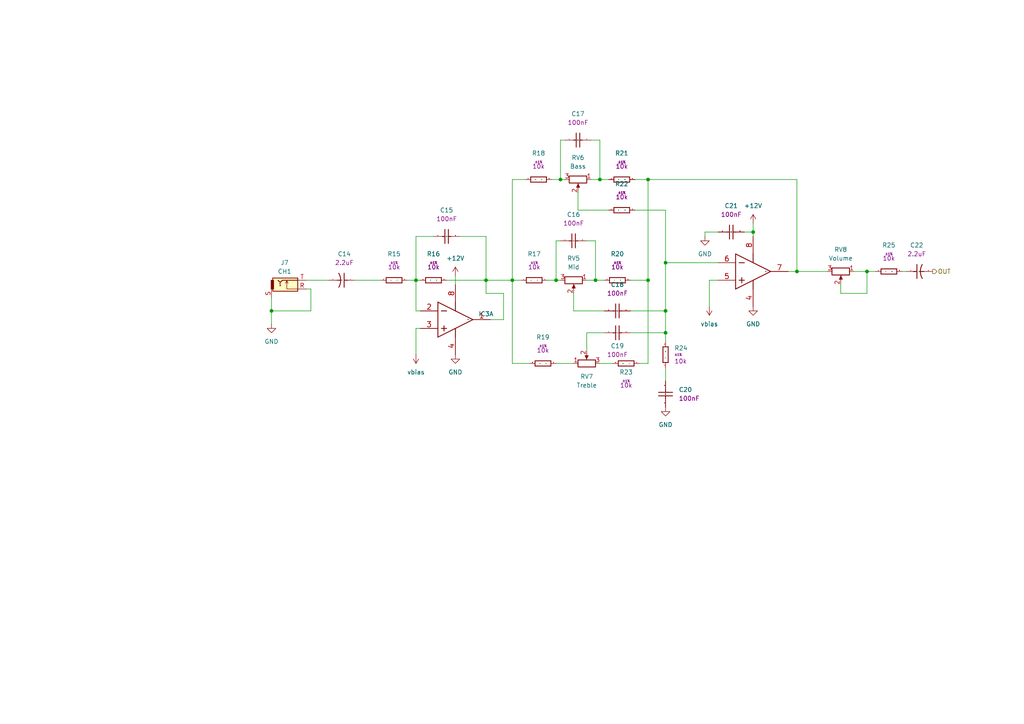
<source format=kicad_sch>
(kicad_sch (version 20250114) (generator "eeschema") (generator_version "9.0")
  (paper "A4")
  (lib_symbols
    (symbol "Audio-Jack-2_Switch_1" (pin_names (offset 1.016))
      (property "Reference" "J1" (at -1.27 7.62 0))
      (property "Value" "CH1" (at -1.27 5.08 0))
      (symbol "Audio-Jack-2_Switch_1_0_0"
        (text "1" (at -2.54 1.27 0) (effects (font (size 0.762 0.762))))
      )
      (symbol "Audio-Jack-2_Switch_1_1_1"
        (pin passive line (at -5.08 -2.54 90) (length 2.54) (name "~") (number "S"))
        (pin passive line (at 5.08 2.54 180) (length 2.54) (name "~") (number "T"))
        (pin passive line (at 5.08 0 180) (length 2.54) (name "~") (number "R"))
      )
    )
    (symbol "multichannel_mixer:+12V" (power) (pin_names (offset 0))
      (property "Value" "+12V" (at 0 3.556 0))
      (symbol "+12V_1_1"
        (pin power_in line (at 0 0 90) (length 0) (hide yes) (name "+12V") (number "1"))
      )
    )
    (symbol "multichannel_mixer:+1V1" (power) (pin_names (offset 0))
      (property "Value" "+1V1" (at 0 3.556 0))
      (symbol "+1V1_1_1"
        (pin power_in line (at 0 0 90) (length 0) (hide yes) (name "+1V1") (number "1"))
      )
    )
    (symbol "multichannel_mixer:CC1206_100NF_50V_10%_X7R" (pin_names (offset 1.27))
      (property "Reference" "C" (at 3.81 3.048 0))
      (property "Description" "100nF" (at 3.81 -3.048 0))
      (symbol "CC1206_100NF_50V_10%_X7R_0_1"
        (pin passive line (at 0 0 0) (length 2.54) (name "1") (number "1"))
        (pin passive line (at 7.62 0 180) (length 2.54) (name "2") (number "2"))
      )
    )
    (symbol "multichannel_mixer:CTEB_2.2UF_35V_10%_254-500X840" (pin_names (offset 1.27))
      (property "Reference" "C" (at 3.81 3.048 0))
      (property "Description" "2.2uF" (at 3.81 -3.048 0))
      (symbol "CTEB_2.2UF_35V_10%_254-500X840_0_1"
        (text "+" (at 2.54 0.762 900) (effects (font (size 1.27 1.27)) (justify left bottom)))
        (pin passive line (at 0 0 0) (length 2.54) (name "1") (number "1"))
        (pin passive line (at 7.62 0 180) (length 2.54) (name "2") (number "2"))
      )
    )
    (symbol "multichannel_mixer:GND" (power) (pin_names (offset 0))
      (property "Value" "GND" (at 0 -3.81 0))
      (symbol "GND_1_1"
        (pin power_in line (at 0 0 270) (length 0) (hide yes) (name "GND") (number "1"))
      )
    )
    (symbol "multichannel_mixer:POT" (pin_names (offset 1.016) (hide yes))
      (property "Reference" "RV" (at -4.445 0 90))
      (property "Value" "POT" (at -2.54 0 90))
      (symbol "POT_1_1"
        (pin passive line (at 0 3.81 270) (length 1.27) (name "1") (number "1"))
        (pin passive line (at 0 -3.81 90) (length 1.27) (name "3") (number "3"))
        (pin passive line (at 3.81 0 180) (length 1.27) (name "2") (number "2"))
      )
    )
    (symbol "multichannel_mixer:R1206_10K_1%_0.25W_100PPM" (pin_names (offset 1.27))
      (property "Reference" "R" (at 3.81 1.778 0))
      (property "Description" "±1%" (at 3.81 0 0))
      (property "Val" "10k" (at 3.81 -1.778 0))
      (symbol "R1206_10K_1%_0.25W_100PPM_0_1"
        (pin passive line (at 0 0 0) (length 1.524) (name "1") (number "1"))
        (pin passive line (at 7.62 0 180) (length 1.524) (name "2") (number "2"))
      )
    )
    (symbol "multichannel_mixer:TL072CD" (pin_names (offset 1.27))
      (property "Reference" "IC" (at 8.89 -1.27 0))
      (symbol "TL072CD_0_1"
        (pin power_in line (at 5.08 5.08 270) (length 5.08) (name "V+") (number "8"))
        (pin power_in line (at 5.08 -15.24 90) (length 5.08) (name "V-") (number "4"))
      )
      (symbol "TL072CD_0_2"
        (pin power_in line (at 5.08 5.08 270) (length 5.08) (name "V+") (number "8"))
        (pin power_in line (at 5.08 -15.24 90) (length 5.08) (name "V-") (number "4"))
      )
      (symbol "TL072CD_1_1"
        (text "V+" (at 5.08 -1.27 900) (effects (font (size 1.016 1.016)) (justify left bottom)))
        (text "V-" (at 5.08 -8.89 900) (effects (font (size 1.016 1.016)) (justify right bottom)))
        (pin input line (at -5.08 -2.54 0) (length 5.08) (name "IN-") (number "2"))
        (pin input line (at -5.08 -7.62 0) (length 5.08) (name "IN+") (number "3"))
        (pin output line (at 15.24 -5.08 180) (length 5.08) (name "OUT") (number "1"))
      )
      (symbol "TL072CD_1_2"
        (text "V+" (at 5.08 -1.27 900) (effects (font (size 1.016 1.016)) (justify left bottom)))
        (text "V-" (at 5.08 -8.89 900) (effects (font (size 1.016 1.016)) (justify right bottom)))
        (pin input line (at -5.08 -2.54 0) (length 5.08) (name "IN+") (number "3"))
        (pin input line (at -5.08 -7.62 0) (length 5.08) (name "IN-") (number "2"))
        (pin output line (at 15.24 -5.08 180) (length 5.08) (name "OUT") (number "1"))
      )
      (symbol "TL072CD_2_1"
        (text "V+" (at 5.08 -1.27 900) (effects (font (size 1.016 1.016)) (justify left bottom)))
        (text "V-" (at 5.08 -8.89 900) (effects (font (size 1.016 1.016)) (justify right bottom)))
        (pin input line (at -5.08 -2.54 0) (length 5.08) (name "IN-") (number "6"))
        (pin input line (at -5.08 -7.62 0) (length 5.08) (name "IN+") (number "5"))
        (pin output line (at 15.24 -5.08 180) (length 5.08) (name "OUT") (number "7"))
      )
      (symbol "TL072CD_2_2"
        (text "V+" (at 5.08 -1.27 900) (effects (font (size 1.016 1.016)) (justify left bottom)))
        (text "V-" (at 5.08 -8.89 900) (effects (font (size 1.016 1.016)) (justify right bottom)))
        (pin input line (at -5.08 -2.54 0) (length 5.08) (name "IN+") (number "5"))
        (pin input line (at -5.08 -7.62 0) (length 5.08) (name "IN-") (number "6"))
        (pin output line (at 15.24 -5.08 180) (length 5.08) (name "OUT") (number "7"))
      )
    )
  )
  (junction (at 140.97 81.28))
  (junction (at 193.04 96.52))
  (junction (at 187.96 81.28))
  (junction (at 148.59 81.28))
  (junction (at 187.96 52.07))
  (junction (at 251.46 78.74))
  (junction (at 120.65 81.28))
  (junction (at 78.74 90.17))
  (junction (at 162.56 52.07))
  (junction (at 173.99 52.07))
  (junction (at 231.14 78.74))
  (junction (at 218.44 67.31))
  (junction (at 193.04 90.17))
  (junction (at 172.72 81.28))
  (junction (at 193.04 76.2))
  (junction (at 161.29 81.28))
  (wire (pts (xy 120.65 68.58) (xy 120.65 81.28)))
  (wire (pts (xy 231.14 78.74) (xy 240.03 78.74)))
  (wire (pts (xy 231.14 52.07) (xy 231.14 78.74)))
  (wire (pts (xy 120.65 95.25) (xy 120.65 102.87)))
  (wire (pts (xy 185.42 105.41) (xy 187.96 105.41)))
  (wire (pts (xy 173.99 52.07) (xy 176.53 52.07)))
  (wire (pts (xy 167.64 60.96) (xy 167.64 55.88)))
  (wire (pts (xy 193.04 106.68) (xy 193.04 110.49)))
  (wire (pts (xy 218.44 64.77) (xy 218.44 67.31)))
  (wire (pts (xy 193.04 90.17) (xy 193.04 76.2)))
  (wire (pts (xy 120.65 90.17) (xy 120.65 81.28)))
  (wire (pts (xy 182.88 96.52) (xy 193.04 96.52)))
  (wire (pts (xy 102.87 81.28) (xy 110.49 81.28)))
  (wire (pts (xy 140.97 81.28) (xy 140.97 85.09)))
  (wire (pts (xy 243.84 82.55) (xy 243.84 85.09)))
  (wire (pts (xy 193.04 60.96) (xy 184.15 60.96)))
  (wire (pts (xy 261.62 78.74) (xy 262.89 78.74)))
  (wire (pts (xy 170.18 96.52) (xy 170.18 101.6)))
  (wire (pts (xy 187.96 52.07) (xy 187.96 81.28)))
  (wire (pts (xy 251.46 85.09) (xy 251.46 78.74)))
  (wire (pts (xy 153.67 105.41) (xy 148.59 105.41)))
  (wire (pts (xy 140.97 68.58) (xy 140.97 81.28)))
  (wire (pts (xy 182.88 81.28) (xy 187.96 81.28)))
  (wire (pts (xy 161.29 81.28) (xy 162.56 81.28)))
  (wire (pts (xy 121.92 90.17) (xy 120.65 90.17)))
  (wire (pts (xy 170.18 81.28) (xy 172.72 81.28)))
  (wire (pts (xy 146.05 92.71) (xy 142.24 92.71)))
  (wire (pts (xy 78.74 90.17) (xy 90.17 90.17)))
  (wire (pts (xy 118.11 81.28) (xy 120.65 81.28)))
  (wire (pts (xy 78.74 86.36) (xy 78.74 90.17)))
  (wire (pts (xy 218.44 67.31) (xy 218.44 68.58)))
  (wire (pts (xy 90.17 90.17) (xy 90.17 83.82)))
  (wire (pts (xy 161.29 69.85) (xy 161.29 81.28)))
  (wire (pts (xy 148.59 105.41) (xy 148.59 81.28)))
  (wire (pts (xy 162.56 69.85) (xy 161.29 69.85)))
  (wire (pts (xy 182.88 90.17) (xy 193.04 90.17)))
  (wire (pts (xy 129.54 81.28) (xy 140.97 81.28)))
  (wire (pts (xy 173.99 40.64) (xy 173.99 52.07)))
  (wire (pts (xy 205.74 81.28) (xy 208.28 81.28)))
  (wire (pts (xy 176.53 60.96) (xy 167.64 60.96)))
  (wire (pts (xy 125.73 68.58) (xy 120.65 68.58)))
  (wire (pts (xy 171.45 40.64) (xy 173.99 40.64)))
  (wire (pts (xy 193.04 96.52) (xy 193.04 90.17)))
  (wire (pts (xy 231.14 78.74) (xy 228.6 78.74)))
  (wire (pts (xy 161.29 105.41) (xy 166.37 105.41)))
  (wire (pts (xy 175.26 96.52) (xy 170.18 96.52)))
  (wire (pts (xy 204.47 67.31) (xy 208.28 67.31)))
  (wire (pts (xy 243.84 85.09) (xy 251.46 85.09)))
  (wire (pts (xy 175.26 90.17) (xy 166.37 90.17)))
  (wire (pts (xy 171.45 52.07) (xy 173.99 52.07)))
  (wire (pts (xy 148.59 81.28) (xy 148.59 52.07)))
  (wire (pts (xy 78.74 90.17) (xy 78.74 93.98)))
  (wire (pts (xy 166.37 90.17) (xy 166.37 85.09)))
  (wire (pts (xy 162.56 40.64) (xy 162.56 52.07)))
  (wire (pts (xy 132.08 80.01) (xy 132.08 82.55)))
  (wire (pts (xy 215.9 67.31) (xy 218.44 67.31)))
  (wire (pts (xy 251.46 78.74) (xy 254 78.74)))
  (wire (pts (xy 148.59 81.28) (xy 151.13 81.28)))
  (wire (pts (xy 187.96 52.07) (xy 231.14 52.07)))
  (wire (pts (xy 251.46 78.74) (xy 247.65 78.74)))
  (wire (pts (xy 146.05 85.09) (xy 146.05 92.71)))
  (wire (pts (xy 204.47 67.31) (xy 204.47 68.58)))
  (wire (pts (xy 148.59 52.07) (xy 152.4 52.07)))
  (wire (pts (xy 172.72 69.85) (xy 172.72 81.28)))
  (wire (pts (xy 193.04 76.2) (xy 208.28 76.2)))
  (wire (pts (xy 193.04 76.2) (xy 193.04 60.96)))
  (wire (pts (xy 160.02 52.07) (xy 162.56 52.07)))
  (wire (pts (xy 133.35 68.58) (xy 140.97 68.58)))
  (wire (pts (xy 121.92 95.25) (xy 120.65 95.25)))
  (wire (pts (xy 88.9 81.28) (xy 95.25 81.28)))
  (wire (pts (xy 187.96 52.07) (xy 184.15 52.07)))
  (wire (pts (xy 90.17 83.82) (xy 88.9 83.82)))
  (wire (pts (xy 193.04 96.52) (xy 193.04 99.06)))
  (wire (pts (xy 162.56 52.07) (xy 163.83 52.07)))
  (wire (pts (xy 140.97 81.28) (xy 148.59 81.28)))
  (wire (pts (xy 173.99 105.41) (xy 177.8 105.41)))
  (wire (pts (xy 140.97 85.09) (xy 146.05 85.09)))
  (wire (pts (xy 163.83 40.64) (xy 162.56 40.64)))
  (wire (pts (xy 158.75 81.28) (xy 161.29 81.28)))
  (wire (pts (xy 172.72 81.28) (xy 175.26 81.28)))
  (wire (pts (xy 121.92 81.28) (xy 120.65 81.28)))
  (wire (pts (xy 187.96 81.28) (xy 187.96 105.41)))
  (wire (pts (xy 170.18 69.85) (xy 172.72 69.85)))
  (wire (pts (xy 205.74 81.28) (xy 205.74 88.9)))
  (hierarchical_label "OUT" (shape output) (at 270.51 78.74 0))
  (symbol (lib_id "multichannel_mixer:GND") (at 132.08 102.87 0) (unit 1)
    (property "Reference" "#PWR016" (effects (hide yes)))
    (property "Value" "GND" (at 132.08 107.95 0))
    (property "Description" "GROUND power-flag symbol" (effects (hide yes)))
    (instances (project "multichannel_mixer" (path "" (reference "#PWR024") (unit 1)) (path "" (reference "#PWR016") (unit 1)) (path "" (reference "#PWR032") (unit 1)) (path "" (reference "#PWR040") (unit 1))))
  )
  (symbol (lib_id "multichannel_mixer:R1206_10K_1%_0.25W_100PPM") (at 161.29 105.41 180) (unit 1)
    (property "Reference" "R8" (at 157.48 97.79 0))
    (property "Value" "R1206_10K_1%_0.25W_100PPM" (effects (hide yes)))
    (property "Footprint" "Resistors SMD:RESC3216X65N" (effects (hide yes)))
    (property "Datasheet" "\\\\cern.ch\\dfs\\Applications\\Altium\\Datasheets\\R1206_NIC_NRC.pdf" (effects (hide yes)))
    (property "Description" "±1%" (at 157.48 100.33 0) (effects (font (size 0.635 0.635))))
    (property "Val" "10k" (at 157.48 101.6 0))
    (property "Part Number" "R1206_10K_1%_0.25W_100PPM" (effects (hide yes)))
    (property "Library Ref" "Resistor - 1%" (effects (hide yes)))
    (property "Library Path" "SchLib\\Resistors.SchLib" (effects (hide yes)))
    (property "Comment" "10k" (effects (hide yes)))
    (property "Component Kind" "Standard" (effects (hide yes)))
    (property "Component Type" "Standard" (effects (hide yes)))
    (property "PackageDescription" " " (effects (hide yes)))
    (property "Pin Count" "2" (effects (hide yes)))
    (property "Footprint Path" "PcbLib\\Resistors SMD.PcbLib" (effects (hide yes)))
    (property "Footprint Ref" "RESC3216X65N" (effects (hide yes)))
    (property "Status" "Preferred" (effects (hide yes)))
    (property "Power" "0.25W" (effects (hide yes)))
    (property "TC" "±100ppm/°C" (effects (hide yes)))
    (property "Voltage" " " (effects (hide yes)))
    (property "Tolerance" "±1%" (effects (hide yes)))
    (property "Part Description" "General Purpose Thick Film Chip Resistor" (effects (hide yes)))
    (property "Manufacturer" "GENERIC" (effects (hide yes)))
    (property "Manufacturer Part Number" "R1206_10K_1%_0.25W_100PPM" (effects (hide yes)))
    (property "Case" "1206" (effects (hide yes)))
    (property "PressFit" "No" (effects (hide yes)))
    (property "Mounted" "Yes" (effects (hide yes)))
    (property "Sense Comment" " " (effects (hide yes)))
    (property "Sense" "No" (effects (hide yes)))
    (property "Status Comment" " " (effects (hide yes)))
    (property "Socket" "No" (effects (hide yes)))
    (property "SMD" "Yes" (effects (hide yes)))
    (property "ComponentHeight" " " (effects (hide yes)))
    (property "Manufacturer1 Example" "NIC COMPONENT" (effects (hide yes)))
    (property "Manufacturer1 Part Number" "NRC12F1002TRF" (effects (hide yes)))
    (property "Manufacturer1 ComponentHeight" "0.65mm" (effects (hide yes)))
    (property "HelpURL" "\\\\cern.ch\\dfs\\Applications\\Altium\\Datasheets\\R1206_NIC_NRC.pdf" (effects (hide yes)))
    (property "Author" "CERN DEM JLC" (effects (hide yes)))
    (property "CreateDate" "12/03/07 00:00:00" (effects (hide yes)))
    (property "LatestRevisionDate" "03/13/08 00:00:00" (effects (hide yes)))
    (property "Database Table Name" "Resistors" (effects (hide yes)))
    (property "Library Name" "Resistors SMD" (effects (hide yes)))
    (property "Footprint Library" "Resistors SMD" (effects (hide yes)))
    (property "License" "This work is licensed under the Creative Commons CC-BY-SA 4.0 License. To the extent that circuit schematics that use Licensed Material can be considered to be ‘Adapted Material’, then the copyright holder waives article 3.b of the license with respect to these schematics." (effects (hide yes)))
    (instances (project "multichannel_mixer" (path "" (reference "R19") (unit 1)) (path "" (reference "R8") (unit 1)) (path "" (reference "R30") (unit 1)) (path "" (reference "R41") (unit 1))))
  )
  (symbol (lib_id "multichannel_mixer:+12V") (at 132.08 80.01 0) (unit 1)
    (property "Reference" "#PWR015" (effects (hide yes)))
    (property "Value" "+12V" (at 132.08 74.93 0))
    (property "Description" "power-flag symbol" (effects (hide yes)))
    (instances (project "multichannel_mixer" (path "" (reference "#PWR023") (unit 1)) (path "" (reference "#PWR015") (unit 1)) (path "" (reference "#PWR031") (unit 1)) (path "" (reference "#PWR039") (unit 1))))
  )
  (symbol (lib_id "multichannel_mixer:POT") (at 167.64 52.07 270) (unit 1)
    (property "Reference" "RV2" (at 167.64 45.72 90))
    (property "Value" "Bass" (at 167.64 48.26 90))
    (property "Footprint" "Potentiometer_THT:Potentiometer_Alps_RK09K_Single_Vertical" (effects (hide yes)))
    (property "Description" "Potentiometer" (effects (hide yes)))
    (instances (project "multichannel_mixer" (path "" (reference "RV6") (unit 1)) (path "" (reference "RV2") (unit 1)) (path "" (reference "RV10") (unit 1)) (path "" (reference "RV14") (unit 1))))
  )
  (symbol (lib_id "multichannel_mixer:R1206_10K_1%_0.25W_100PPM") (at 254 78.74 0) (unit 1)
    (property "Reference" "R14" (at 257.81 71.12 0))
    (property "Value" "R1206_10K_1%_0.25W_100PPM" (effects (hide yes)))
    (property "Footprint" "Resistors SMD:RESC3216X65N" (effects (hide yes)))
    (property "Datasheet" "\\\\cern.ch\\dfs\\Applications\\Altium\\Datasheets\\R1206_NIC_NRC.pdf" (effects (hide yes)))
    (property "Description" "±1%" (at 257.81 73.66 0) (effects (font (size 0.635 0.635))))
    (property "Val" "10k" (at 257.81 74.93 0))
    (property "Part Number" "R1206_10K_1%_0.25W_100PPM" (effects (hide yes)))
    (property "Library Ref" "Resistor - 1%" (effects (hide yes)))
    (property "Library Path" "SchLib\\Resistors.SchLib" (effects (hide yes)))
    (property "Comment" "10k" (effects (hide yes)))
    (property "Component Kind" "Standard" (effects (hide yes)))
    (property "Component Type" "Standard" (effects (hide yes)))
    (property "PackageDescription" " " (effects (hide yes)))
    (property "Pin Count" "2" (effects (hide yes)))
    (property "Footprint Path" "PcbLib\\Resistors SMD.PcbLib" (effects (hide yes)))
    (property "Footprint Ref" "RESC3216X65N" (effects (hide yes)))
    (property "Status" "Preferred" (effects (hide yes)))
    (property "Power" "0.25W" (effects (hide yes)))
    (property "TC" "±100ppm/°C" (effects (hide yes)))
    (property "Voltage" " " (effects (hide yes)))
    (property "Tolerance" "±1%" (effects (hide yes)))
    (property "Part Description" "General Purpose Thick Film Chip Resistor" (effects (hide yes)))
    (property "Manufacturer" "GENERIC" (effects (hide yes)))
    (property "Manufacturer Part Number" "R1206_10K_1%_0.25W_100PPM" (effects (hide yes)))
    (property "Case" "1206" (effects (hide yes)))
    (property "PressFit" "No" (effects (hide yes)))
    (property "Mounted" "Yes" (effects (hide yes)))
    (property "Sense Comment" " " (effects (hide yes)))
    (property "Sense" "No" (effects (hide yes)))
    (property "Status Comment" " " (effects (hide yes)))
    (property "Socket" "No" (effects (hide yes)))
    (property "SMD" "Yes" (effects (hide yes)))
    (property "ComponentHeight" " " (effects (hide yes)))
    (property "Manufacturer1 Example" "NIC COMPONENT" (effects (hide yes)))
    (property "Manufacturer1 Part Number" "NRC12F1002TRF" (effects (hide yes)))
    (property "Manufacturer1 ComponentHeight" "0.65mm" (effects (hide yes)))
    (property "HelpURL" "\\\\cern.ch\\dfs\\Applications\\Altium\\Datasheets\\R1206_NIC_NRC.pdf" (effects (hide yes)))
    (property "Author" "CERN DEM JLC" (effects (hide yes)))
    (property "CreateDate" "12/03/07 00:00:00" (effects (hide yes)))
    (property "LatestRevisionDate" "03/13/08 00:00:00" (effects (hide yes)))
    (property "Database Table Name" "Resistors" (effects (hide yes)))
    (property "Library Name" "Resistors SMD" (effects (hide yes)))
    (property "Footprint Library" "Resistors SMD" (effects (hide yes)))
    (property "License" "This work is licensed under the Creative Commons CC-BY-SA 4.0 License. To the extent that circuit schematics that use Licensed Material can be considered to be ‘Adapted Material’, then the copyright holder waives article 3.b of the license with respect to these schematics." (effects (hide yes)))
    (instances (project "multichannel_mixer" (path "" (reference "R25") (unit 1)) (path "" (reference "R14") (unit 1)) (path "" (reference "R36") (unit 1)) (path "" (reference "R47") (unit 1))))
  )
  (symbol (lib_id "multichannel_mixer:+1V1") (at 120.65 102.87 180) (unit 1)
    (property "Reference" "#PWR014" (effects (hide yes)))
    (property "Value" "vbias" (at 120.65 107.95 0))
    (instances (project "multichannel_mixer" (path "" (reference "#PWR022") (unit 1)) (path "" (reference "#PWR014") (unit 1)) (path "" (reference "#PWR030") (unit 1)) (path "" (reference "#PWR038") (unit 1))))
  )
  (symbol (lib_id "multichannel_mixer:CTEB_2.2UF_35V_10%_254-500X840") (at 262.89 78.74 0) (unit 1)
    (property "Reference" "C13" (at 265.8903 71.12 0))
    (property "Value" "CTEB_2.2UF_35V_10%_254-500X840" (effects (hide yes)))
    (property "Footprint" "Capacitors THD:CAPPRB254-500X840" (effects (hide yes)))
    (property "Datasheet" "\\\\cern.ch\\dfs\\Applications\\Altium\\Datasheets\\CTEB_KEMET_T350.pdf" (effects (hide yes)))
    (property "Description" "2.2uF" (at 265.8903 73.66 0))
    (property "Part Number" "CTEB_2.2UF_35V_10%_254-500X840" (effects (hide yes)))
    (property "Library Ref" "Capacitor - polarized" (effects (hide yes)))
    (property "Library Path" "SchLib\\Capacitors.SchLib" (effects (hide yes)))
    (property "Comment" "2.2uF" (effects (hide yes)))
    (property "Component Kind" "Standard" (effects (hide yes)))
    (property "Component Type" "Standard" (effects (hide yes)))
    (property "PackageDescription" " " (effects (hide yes)))
    (property "Pin Count" "2" (effects (hide yes)))
    (property "Footprint Path" "PcbLib\\Capacitors THD.PcbLib" (effects (hide yes)))
    (property "Footprint Ref" "CAPPRB254-500X840" (effects (hide yes)))
    (property "Status" "None" (effects (hide yes)))
    (property "Status Comment" " " (effects (hide yes)))
    (property "Voltage" "35V" (effects (hide yes)))
    (property "TC" " " (effects (hide yes)))
    (property "Tolerance" "±10%" (effects (hide yes)))
    (property "Part Description" "Solid Tantalum Resin Dipped Capacitor" (effects (hide yes)))
    (property "Manufacturer" "KEMET" (effects (hide yes)))
    (property "Manufacturer Part Number" "T350C225K035AT" (effects (hide yes)))
    (property "Case" "LS2.54 D5 x H8.4" (effects (hide yes)))
    (property "Mounted" "Yes" (effects (hide yes)))
    (property "PressFit" " " (effects (hide yes)))
    (property "Socket" "No" (effects (hide yes)))
    (property "SMD" "No" (effects (hide yes)))
    (property "Sense" "No" (effects (hide yes)))
    (property "Sense Comment" " " (effects (hide yes)))
    (property "ComponentHeight" "8.4mm" (effects (hide yes)))
    (property "Manufacturer1 Example" " " (effects (hide yes)))
    (property "Manufacturer1 Part Number" " " (effects (hide yes)))
    (property "Manufacturer1 ComponentHeight" " " (effects (hide yes)))
    (property "HelpURL" "\\\\cern.ch\\dfs\\Applications\\Altium\\Datasheets\\CTEB_KEMET_T350.pdf" (effects (hide yes)))
    (property "Author" "CERN DEM JLC" (effects (hide yes)))
    (property "CreateDate" "12/16/09 00:00:00" (effects (hide yes)))
    (property "LatestRevisionDate" "12/16/09 00:00:00" (effects (hide yes)))
    (property "Database Table Name" "Capacitors" (effects (hide yes)))
    (property "Library Name" "Capacitors THD" (effects (hide yes)))
    (property "Footprint Library" "Capacitors THD" (effects (hide yes)))
    (property "License" "This work is licensed under the Creative Commons CC-BY-SA 4.0 License. To the extent that circuit schematics that use Licensed Material can be considered to be ‘Adapted Material’, then the copyright holder waives article 3.b of the license with respect to these schematics." (effects (hide yes)))
    (instances (project "multichannel_mixer" (path "" (reference "C22") (unit 1)) (path "" (reference "C13") (unit 1)) (path "" (reference "C31") (unit 1)) (path "" (reference "C40") (unit 1))))
  )
  (symbol (lib_id "multichannel_mixer:R1206_10K_1%_0.25W_100PPM") (at 151.13 81.28 0) (unit 1)
    (property "Reference" "R6" (at 154.94 73.66 0))
    (property "Value" "R1206_10K_1%_0.25W_100PPM" (effects (hide yes)))
    (property "Footprint" "Resistors SMD:RESC3216X65N" (effects (hide yes)))
    (property "Datasheet" "\\\\cern.ch\\dfs\\Applications\\Altium\\Datasheets\\R1206_NIC_NRC.pdf" (effects (hide yes)))
    (property "Description" "±1%" (at 154.94 76.2 0) (effects (font (size 0.635 0.635))))
    (property "Val" "10k" (at 154.94 77.47 0))
    (property "Part Number" "R1206_10K_1%_0.25W_100PPM" (effects (hide yes)))
    (property "Library Ref" "Resistor - 1%" (effects (hide yes)))
    (property "Library Path" "SchLib\\Resistors.SchLib" (effects (hide yes)))
    (property "Comment" "10k" (effects (hide yes)))
    (property "Component Kind" "Standard" (effects (hide yes)))
    (property "Component Type" "Standard" (effects (hide yes)))
    (property "PackageDescription" " " (effects (hide yes)))
    (property "Pin Count" "2" (effects (hide yes)))
    (property "Footprint Path" "PcbLib\\Resistors SMD.PcbLib" (effects (hide yes)))
    (property "Footprint Ref" "RESC3216X65N" (effects (hide yes)))
    (property "Status" "Preferred" (effects (hide yes)))
    (property "Power" "0.25W" (effects (hide yes)))
    (property "TC" "±100ppm/°C" (effects (hide yes)))
    (property "Voltage" " " (effects (hide yes)))
    (property "Tolerance" "±1%" (effects (hide yes)))
    (property "Part Description" "General Purpose Thick Film Chip Resistor" (effects (hide yes)))
    (property "Manufacturer" "GENERIC" (effects (hide yes)))
    (property "Manufacturer Part Number" "R1206_10K_1%_0.25W_100PPM" (effects (hide yes)))
    (property "Case" "1206" (effects (hide yes)))
    (property "PressFit" "No" (effects (hide yes)))
    (property "Mounted" "Yes" (effects (hide yes)))
    (property "Sense Comment" " " (effects (hide yes)))
    (property "Sense" "No" (effects (hide yes)))
    (property "Status Comment" " " (effects (hide yes)))
    (property "Socket" "No" (effects (hide yes)))
    (property "SMD" "Yes" (effects (hide yes)))
    (property "ComponentHeight" " " (effects (hide yes)))
    (property "Manufacturer1 Example" "NIC COMPONENT" (effects (hide yes)))
    (property "Manufacturer1 Part Number" "NRC12F1002TRF" (effects (hide yes)))
    (property "Manufacturer1 ComponentHeight" "0.65mm" (effects (hide yes)))
    (property "HelpURL" "\\\\cern.ch\\dfs\\Applications\\Altium\\Datasheets\\R1206_NIC_NRC.pdf" (effects (hide yes)))
    (property "Author" "CERN DEM JLC" (effects (hide yes)))
    (property "CreateDate" "12/03/07 00:00:00" (effects (hide yes)))
    (property "LatestRevisionDate" "03/13/08 00:00:00" (effects (hide yes)))
    (property "Database Table Name" "Resistors" (effects (hide yes)))
    (property "Library Name" "Resistors SMD" (effects (hide yes)))
    (property "Footprint Library" "Resistors SMD" (effects (hide yes)))
    (property "License" "This work is licensed under the Creative Commons CC-BY-SA 4.0 License. To the extent that circuit schematics that use Licensed Material can be considered to be ‘Adapted Material’, then the copyright holder waives article 3.b of the license with respect to these schematics." (effects (hide yes)))
    (instances (project "multichannel_mixer" (path "" (reference "R17") (unit 1)) (path "" (reference "R6") (unit 1)) (path "" (reference "R28") (unit 1)) (path "" (reference "R39") (unit 1))))
  )
  (symbol (lib_id "multichannel_mixer:GND") (at 218.44 88.9 0) (unit 1)
    (property "Reference" "#PWR021" (effects (hide yes)))
    (property "Value" "GND" (at 218.44 93.98 0))
    (property "Description" "GROUND power-flag symbol" (effects (hide yes)))
    (instances (project "multichannel_mixer" (path "" (reference "#PWR029") (unit 1)) (path "" (reference "#PWR021") (unit 1)) (path "" (reference "#PWR037") (unit 1)) (path "" (reference "#PWR045") (unit 1))))
  )
  (symbol (lib_id "multichannel_mixer:R1206_10K_1%_0.25W_100PPM") (at 185.42 105.41 180) (unit 1)
    (property "Reference" "R12" (at 181.61 107.95 0))
    (property "Value" "R1206_10K_1%_0.25W_100PPM" (effects (hide yes)))
    (property "Footprint" "Resistors SMD:RESC3216X65N" (effects (hide yes)))
    (property "Datasheet" "\\\\cern.ch\\dfs\\Applications\\Altium\\Datasheets\\R1206_NIC_NRC.pdf" (effects (hide yes)))
    (property "Description" "±1%" (at 181.61 110.49 0) (effects (font (size 0.635 0.635))))
    (property "Val" "10k" (at 181.61 111.76 0))
    (property "Part Number" "R1206_10K_1%_0.25W_100PPM" (effects (hide yes)))
    (property "Library Ref" "Resistor - 1%" (effects (hide yes)))
    (property "Library Path" "SchLib\\Resistors.SchLib" (effects (hide yes)))
    (property "Comment" "10k" (effects (hide yes)))
    (property "Component Kind" "Standard" (effects (hide yes)))
    (property "Component Type" "Standard" (effects (hide yes)))
    (property "PackageDescription" " " (effects (hide yes)))
    (property "Pin Count" "2" (effects (hide yes)))
    (property "Footprint Path" "PcbLib\\Resistors SMD.PcbLib" (effects (hide yes)))
    (property "Footprint Ref" "RESC3216X65N" (effects (hide yes)))
    (property "Status" "Preferred" (effects (hide yes)))
    (property "Power" "0.25W" (effects (hide yes)))
    (property "TC" "±100ppm/°C" (effects (hide yes)))
    (property "Voltage" " " (effects (hide yes)))
    (property "Tolerance" "±1%" (effects (hide yes)))
    (property "Part Description" "General Purpose Thick Film Chip Resistor" (effects (hide yes)))
    (property "Manufacturer" "GENERIC" (effects (hide yes)))
    (property "Manufacturer Part Number" "R1206_10K_1%_0.25W_100PPM" (effects (hide yes)))
    (property "Case" "1206" (effects (hide yes)))
    (property "PressFit" "No" (effects (hide yes)))
    (property "Mounted" "Yes" (effects (hide yes)))
    (property "Sense Comment" " " (effects (hide yes)))
    (property "Sense" "No" (effects (hide yes)))
    (property "Status Comment" " " (effects (hide yes)))
    (property "Socket" "No" (effects (hide yes)))
    (property "SMD" "Yes" (effects (hide yes)))
    (property "ComponentHeight" " " (effects (hide yes)))
    (property "Manufacturer1 Example" "NIC COMPONENT" (effects (hide yes)))
    (property "Manufacturer1 Part Number" "NRC12F1002TRF" (effects (hide yes)))
    (property "Manufacturer1 ComponentHeight" "0.65mm" (effects (hide yes)))
    (property "HelpURL" "\\\\cern.ch\\dfs\\Applications\\Altium\\Datasheets\\R1206_NIC_NRC.pdf" (effects (hide yes)))
    (property "Author" "CERN DEM JLC" (effects (hide yes)))
    (property "CreateDate" "12/03/07 00:00:00" (effects (hide yes)))
    (property "LatestRevisionDate" "03/13/08 00:00:00" (effects (hide yes)))
    (property "Database Table Name" "Resistors" (effects (hide yes)))
    (property "Library Name" "Resistors SMD" (effects (hide yes)))
    (property "Footprint Library" "Resistors SMD" (effects (hide yes)))
    (property "License" "This work is licensed under the Creative Commons CC-BY-SA 4.0 License. To the extent that circuit schematics that use Licensed Material can be considered to be ‘Adapted Material’, then the copyright holder waives article 3.b of the license with respect to these schematics." (effects (hide yes)))
    (instances (project "multichannel_mixer" (path "" (reference "R23") (unit 1)) (path "" (reference "R12") (unit 1)) (path "" (reference "R34") (unit 1)) (path "" (reference "R45") (unit 1))))
  )
  (symbol (lib_id "multichannel_mixer:CC1206_100NF_50V_10%_X7R") (at 208.28 67.31 0) (unit 1)
    (property "Reference" "C12" (at 212.09 59.69 0))
    (property "Value" "CC1206_100NF_50V_10%_X7R" (effects (hide yes)))
    (property "Footprint" "Capacitors SMD:CAPC3216X140N" (effects (hide yes)))
    (property "Datasheet" "\\\\cern.ch\\dfs\\Applications\\Altium\\Datasheets\\CC1206_X7R_VISHAY_VJ.pdf" (effects (hide yes)))
    (property "Description" "100nF" (at 212.09 62.23 0))
    (property "Part Number" "CC1206_100NF_50V_10%_X7R" (effects (hide yes)))
    (property "Library Ref" "Capacitor - non polarized" (effects (hide yes)))
    (property "Library Path" "SchLib\\Capacitors.SchLib" (effects (hide yes)))
    (property "Comment" "100nF" (effects (hide yes)))
    (property "Component Kind" "Standard" (effects (hide yes)))
    (property "Component Type" "Standard" (effects (hide yes)))
    (property "Pin Count" "2" (effects (hide yes)))
    (property "Footprint Path" "PcbLib\\Capacitors SMD.PcbLib" (effects (hide yes)))
    (property "Footprint Ref" "CAPC3216X140N" (effects (hide yes)))
    (property "PackageDescription" " " (effects (hide yes)))
    (property "Status" "Preferred" (effects (hide yes)))
    (property "Status Comment" " " (effects (hide yes)))
    (property "Voltage" "50V" (effects (hide yes)))
    (property "TC" "X7R" (effects (hide yes)))
    (property "Tolerance" "±10%" (effects (hide yes)))
    (property "Part Description" "SMD Multilayer Chip Ceramic Capacitor" (effects (hide yes)))
    (property "Manufacturer" "GENERIC" (effects (hide yes)))
    (property "Manufacturer Part Number" "CC1206_100NF_50V_10%_X7R" (effects (hide yes)))
    (property "Case" "1206" (effects (hide yes)))
    (property "Mounted" "Yes" (effects (hide yes)))
    (property "Socket" "No" (effects (hide yes)))
    (property "SMD" "Yes" (effects (hide yes)))
    (property "PressFit" " " (effects (hide yes)))
    (property "Sense" "No" (effects (hide yes)))
    (property "Sense Comment" " " (effects (hide yes)))
    (property "ComponentHeight" " " (effects (hide yes)))
    (property "Manufacturer1 Example" "VISHAY VITRAMON" (effects (hide yes)))
    (property "Manufacturer1 Part Number" "VJ1206Y104KXAAT" (effects (hide yes)))
    (property "Manufacturer1 ComponentHeight" "1.7mm" (effects (hide yes)))
    (property "HelpURL" "\\\\cern.ch\\dfs\\Applications\\Altium\\Datasheets\\CC1206_X7R_VISHAY_VJ.pdf" (effects (hide yes)))
    (property "Author" "CERN DEM JLC" (effects (hide yes)))
    (property "CreateDate" "12/03/07 00:00:00" (effects (hide yes)))
    (property "LatestRevisionDate" "12/03/07 00:00:00" (effects (hide yes)))
    (property "Database Table Name" "Capacitors" (effects (hide yes)))
    (property "Library Name" "Capacitors SMD" (effects (hide yes)))
    (property "Footprint Library" "Capacitors SMD" (effects (hide yes)))
    (property "License" "This work is licensed under the Creative Commons CC-BY-SA 4.0 License. To the extent that circuit schematics that use Licensed Material can be considered to be ‘Adapted Material’, then the copyright holder waives article 3.b of the license with respect to these schematics." (effects (hide yes)))
    (instances (project "multichannel_mixer" (path "" (reference "C21") (unit 1)) (path "" (reference "C12") (unit 1)) (path "" (reference "C30") (unit 1)) (path "" (reference "C39") (unit 1))))
  )
  (symbol (lib_id "multichannel_mixer:POT") (at 170.18 105.41 90) (unit 1)
    (property "Reference" "RV3" (at 170.18 109.22 90))
    (property "Value" "Treble" (at 170.18 111.76 90))
    (property "Footprint" "Potentiometer_THT:Potentiometer_Alps_RK09K_Single_Vertical" (effects (hide yes)))
    (property "Description" "Potentiometer" (effects (hide yes)))
    (instances (project "multichannel_mixer" (path "" (reference "RV7") (unit 1)) (path "" (reference "RV3") (unit 1)) (path "" (reference "RV11") (unit 1)) (path "" (reference "RV15") (unit 1))))
  )
  (symbol (lib_id "multichannel_mixer:R1206_10K_1%_0.25W_100PPM") (at 193.04 106.68 90) (unit 1)
    (property "Reference" "R13" (at 195.58 100.9649 90) (effects (justify right)))
    (property "Value" "R1206_10K_1%_0.25W_100PPM" (effects (hide yes)))
    (property "Footprint" "Resistors SMD:RESC3216X65N" (effects (hide yes)))
    (property "Datasheet" "\\\\cern.ch\\dfs\\Applications\\Altium\\Datasheets\\R1206_NIC_NRC.pdf" (effects (hide yes)))
    (property "Description" "±1%" (at 195.58 102.87 90) (effects (font (size 0.635 0.635)) (justify right)))
    (property "Val" "10k" (at 195.58 104.7749 90) (effects (justify right)))
    (property "Part Number" "R1206_10K_1%_0.25W_100PPM" (effects (hide yes)))
    (property "Library Ref" "Resistor - 1%" (effects (hide yes)))
    (property "Library Path" "SchLib\\Resistors.SchLib" (effects (hide yes)))
    (property "Comment" "10k" (effects (hide yes)))
    (property "Component Kind" "Standard" (effects (hide yes)))
    (property "Component Type" "Standard" (effects (hide yes)))
    (property "PackageDescription" " " (effects (hide yes)))
    (property "Pin Count" "2" (effects (hide yes)))
    (property "Footprint Path" "PcbLib\\Resistors SMD.PcbLib" (effects (hide yes)))
    (property "Footprint Ref" "RESC3216X65N" (effects (hide yes)))
    (property "Status" "Preferred" (effects (hide yes)))
    (property "Power" "0.25W" (effects (hide yes)))
    (property "TC" "±100ppm/°C" (effects (hide yes)))
    (property "Voltage" " " (effects (hide yes)))
    (property "Tolerance" "±1%" (effects (hide yes)))
    (property "Part Description" "General Purpose Thick Film Chip Resistor" (effects (hide yes)))
    (property "Manufacturer" "GENERIC" (effects (hide yes)))
    (property "Manufacturer Part Number" "R1206_10K_1%_0.25W_100PPM" (effects (hide yes)))
    (property "Case" "1206" (effects (hide yes)))
    (property "PressFit" "No" (effects (hide yes)))
    (property "Mounted" "Yes" (effects (hide yes)))
    (property "Sense Comment" " " (effects (hide yes)))
    (property "Sense" "No" (effects (hide yes)))
    (property "Status Comment" " " (effects (hide yes)))
    (property "Socket" "No" (effects (hide yes)))
    (property "SMD" "Yes" (effects (hide yes)))
    (property "ComponentHeight" " " (effects (hide yes)))
    (property "Manufacturer1 Example" "NIC COMPONENT" (effects (hide yes)))
    (property "Manufacturer1 Part Number" "NRC12F1002TRF" (effects (hide yes)))
    (property "Manufacturer1 ComponentHeight" "0.65mm" (effects (hide yes)))
    (property "HelpURL" "\\\\cern.ch\\dfs\\Applications\\Altium\\Datasheets\\R1206_NIC_NRC.pdf" (effects (hide yes)))
    (property "Author" "CERN DEM JLC" (effects (hide yes)))
    (property "CreateDate" "12/03/07 00:00:00" (effects (hide yes)))
    (property "LatestRevisionDate" "03/13/08 00:00:00" (effects (hide yes)))
    (property "Database Table Name" "Resistors" (effects (hide yes)))
    (property "Library Name" "Resistors SMD" (effects (hide yes)))
    (property "Footprint Library" "Resistors SMD" (effects (hide yes)))
    (property "License" "This work is licensed under the Creative Commons CC-BY-SA 4.0 License. To the extent that circuit schematics that use Licensed Material can be considered to be ‘Adapted Material’, then the copyright holder waives article 3.b of the license with respect to these schematics." (effects (hide yes)))
    (instances (project "multichannel_mixer" (path "" (reference "R24") (unit 1)) (path "" (reference "R13") (unit 1)) (path "" (reference "R35") (unit 1)) (path "" (reference "R46") (unit 1))))
  )
  (symbol (lib_id "multichannel_mixer:R1206_10K_1%_0.25W_100PPM") (at 176.53 60.96 0) (unit 1)
    (property "Reference" "R11" (at 180.34 53.34 0))
    (property "Value" "R1206_10K_1%_0.25W_100PPM" (effects (hide yes)))
    (property "Footprint" "Resistors SMD:RESC3216X65N" (effects (hide yes)))
    (property "Datasheet" "\\\\cern.ch\\dfs\\Applications\\Altium\\Datasheets\\R1206_NIC_NRC.pdf" (effects (hide yes)))
    (property "Description" "±1%" (at 180.34 55.88 0) (effects (font (size 0.635 0.635))))
    (property "Val" "10k" (at 180.34 57.15 0))
    (property "Part Number" "R1206_10K_1%_0.25W_100PPM" (effects (hide yes)))
    (property "Library Ref" "Resistor - 1%" (effects (hide yes)))
    (property "Library Path" "SchLib\\Resistors.SchLib" (effects (hide yes)))
    (property "Comment" "10k" (effects (hide yes)))
    (property "Component Kind" "Standard" (effects (hide yes)))
    (property "Component Type" "Standard" (effects (hide yes)))
    (property "PackageDescription" " " (effects (hide yes)))
    (property "Pin Count" "2" (effects (hide yes)))
    (property "Footprint Path" "PcbLib\\Resistors SMD.PcbLib" (effects (hide yes)))
    (property "Footprint Ref" "RESC3216X65N" (effects (hide yes)))
    (property "Status" "Preferred" (effects (hide yes)))
    (property "Power" "0.25W" (effects (hide yes)))
    (property "TC" "±100ppm/°C" (effects (hide yes)))
    (property "Voltage" " " (effects (hide yes)))
    (property "Tolerance" "±1%" (effects (hide yes)))
    (property "Part Description" "General Purpose Thick Film Chip Resistor" (effects (hide yes)))
    (property "Manufacturer" "GENERIC" (effects (hide yes)))
    (property "Manufacturer Part Number" "R1206_10K_1%_0.25W_100PPM" (effects (hide yes)))
    (property "Case" "1206" (effects (hide yes)))
    (property "PressFit" "No" (effects (hide yes)))
    (property "Mounted" "Yes" (effects (hide yes)))
    (property "Sense Comment" " " (effects (hide yes)))
    (property "Sense" "No" (effects (hide yes)))
    (property "Status Comment" " " (effects (hide yes)))
    (property "Socket" "No" (effects (hide yes)))
    (property "SMD" "Yes" (effects (hide yes)))
    (property "ComponentHeight" " " (effects (hide yes)))
    (property "Manufacturer1 Example" "NIC COMPONENT" (effects (hide yes)))
    (property "Manufacturer1 Part Number" "NRC12F1002TRF" (effects (hide yes)))
    (property "Manufacturer1 ComponentHeight" "0.65mm" (effects (hide yes)))
    (property "HelpURL" "\\\\cern.ch\\dfs\\Applications\\Altium\\Datasheets\\R1206_NIC_NRC.pdf" (effects (hide yes)))
    (property "Author" "CERN DEM JLC" (effects (hide yes)))
    (property "CreateDate" "12/03/07 00:00:00" (effects (hide yes)))
    (property "LatestRevisionDate" "03/13/08 00:00:00" (effects (hide yes)))
    (property "Database Table Name" "Resistors" (effects (hide yes)))
    (property "Library Name" "Resistors SMD" (effects (hide yes)))
    (property "Footprint Library" "Resistors SMD" (effects (hide yes)))
    (property "License" "This work is licensed under the Creative Commons CC-BY-SA 4.0 License. To the extent that circuit schematics that use Licensed Material can be considered to be ‘Adapted Material’, then the copyright holder waives article 3.b of the license with respect to these schematics." (effects (hide yes)))
    (instances (project "multichannel_mixer" (path "" (reference "R22") (unit 1)) (path "" (reference "R11") (unit 1)) (path "" (reference "R33") (unit 1)) (path "" (reference "R44") (unit 1))))
  )
  (symbol (lib_id "multichannel_mixer:R1206_10K_1%_0.25W_100PPM") (at 121.92 81.28 0) (unit 1)
    (property "Reference" "R5" (at 125.73 73.66 0))
    (property "Value" "R1206_10K_1%_0.25W_100PPM" (effects (hide yes)))
    (property "Footprint" "Resistors SMD:RESC3216X65N" (effects (hide yes)))
    (property "Datasheet" "\\\\cern.ch\\dfs\\Applications\\Altium\\Datasheets\\R1206_NIC_NRC.pdf" (effects (hide yes)))
    (property "Description" "±1%" (at 125.73 76.2 0) (effects (font (size 0.635 0.635))))
    (property "Val" "10k" (at 125.73 77.47 0))
    (property "Part Number" "R1206_10K_1%_0.25W_100PPM" (effects (hide yes)))
    (property "Library Ref" "Resistor - 1%" (effects (hide yes)))
    (property "Library Path" "SchLib\\Resistors.SchLib" (effects (hide yes)))
    (property "Comment" "10k" (effects (hide yes)))
    (property "Component Kind" "Standard" (effects (hide yes)))
    (property "Component Type" "Standard" (effects (hide yes)))
    (property "PackageDescription" " " (effects (hide yes)))
    (property "Pin Count" "2" (effects (hide yes)))
    (property "Footprint Path" "PcbLib\\Resistors SMD.PcbLib" (effects (hide yes)))
    (property "Footprint Ref" "RESC3216X65N" (effects (hide yes)))
    (property "Status" "Preferred" (effects (hide yes)))
    (property "Power" "0.25W" (effects (hide yes)))
    (property "TC" "±100ppm/°C" (effects (hide yes)))
    (property "Voltage" " " (effects (hide yes)))
    (property "Tolerance" "±1%" (effects (hide yes)))
    (property "Part Description" "General Purpose Thick Film Chip Resistor" (effects (hide yes)))
    (property "Manufacturer" "GENERIC" (effects (hide yes)))
    (property "Manufacturer Part Number" "R1206_10K_1%_0.25W_100PPM" (effects (hide yes)))
    (property "Case" "1206" (effects (hide yes)))
    (property "PressFit" "No" (effects (hide yes)))
    (property "Mounted" "Yes" (effects (hide yes)))
    (property "Sense Comment" " " (effects (hide yes)))
    (property "Sense" "No" (effects (hide yes)))
    (property "Status Comment" " " (effects (hide yes)))
    (property "Socket" "No" (effects (hide yes)))
    (property "SMD" "Yes" (effects (hide yes)))
    (property "ComponentHeight" " " (effects (hide yes)))
    (property "Manufacturer1 Example" "NIC COMPONENT" (effects (hide yes)))
    (property "Manufacturer1 Part Number" "NRC12F1002TRF" (effects (hide yes)))
    (property "Manufacturer1 ComponentHeight" "0.65mm" (effects (hide yes)))
    (property "HelpURL" "\\\\cern.ch\\dfs\\Applications\\Altium\\Datasheets\\R1206_NIC_NRC.pdf" (effects (hide yes)))
    (property "Author" "CERN DEM JLC" (effects (hide yes)))
    (property "CreateDate" "12/03/07 00:00:00" (effects (hide yes)))
    (property "LatestRevisionDate" "03/13/08 00:00:00" (effects (hide yes)))
    (property "Database Table Name" "Resistors" (effects (hide yes)))
    (property "Library Name" "Resistors SMD" (effects (hide yes)))
    (property "Footprint Library" "Resistors SMD" (effects (hide yes)))
    (property "License" "This work is licensed under the Creative Commons CC-BY-SA 4.0 License. To the extent that circuit schematics that use Licensed Material can be considered to be ‘Adapted Material’, then the copyright holder waives article 3.b of the license with respect to these schematics." (effects (hide yes)))
    (instances (project "multichannel_mixer" (path "" (reference "R16") (unit 1)) (path "" (reference "R5") (unit 1)) (path "" (reference "R27") (unit 1)) (path "" (reference "R38") (unit 1))))
  )
  (symbol (lib_id "multichannel_mixer:CC1206_100NF_50V_10%_X7R") (at 193.04 118.11 90) (unit 1)
    (property "Reference" "C11" (at 196.85 113.0299 90) (effects (justify right)))
    (property "Value" "CC1206_100NF_50V_10%_X7R" (effects (hide yes)))
    (property "Footprint" "Capacitors SMD:CAPC3216X140N" (effects (hide yes)))
    (property "Datasheet" "\\\\cern.ch\\dfs\\Applications\\Altium\\Datasheets\\CC1206_X7R_VISHAY_VJ.pdf" (effects (hide yes)))
    (property "Description" "100nF" (at 196.85 115.5699 90) (effects (justify right)))
    (property "Part Number" "CC1206_100NF_50V_10%_X7R" (effects (hide yes)))
    (property "Library Ref" "Capacitor - non polarized" (effects (hide yes)))
    (property "Library Path" "SchLib\\Capacitors.SchLib" (effects (hide yes)))
    (property "Comment" "100nF" (effects (hide yes)))
    (property "Component Kind" "Standard" (effects (hide yes)))
    (property "Component Type" "Standard" (effects (hide yes)))
    (property "Pin Count" "2" (effects (hide yes)))
    (property "Footprint Path" "PcbLib\\Capacitors SMD.PcbLib" (effects (hide yes)))
    (property "Footprint Ref" "CAPC3216X140N" (effects (hide yes)))
    (property "PackageDescription" " " (effects (hide yes)))
    (property "Status" "Preferred" (effects (hide yes)))
    (property "Status Comment" " " (effects (hide yes)))
    (property "Voltage" "50V" (effects (hide yes)))
    (property "TC" "X7R" (effects (hide yes)))
    (property "Tolerance" "±10%" (effects (hide yes)))
    (property "Part Description" "SMD Multilayer Chip Ceramic Capacitor" (effects (hide yes)))
    (property "Manufacturer" "GENERIC" (effects (hide yes)))
    (property "Manufacturer Part Number" "CC1206_100NF_50V_10%_X7R" (effects (hide yes)))
    (property "Case" "1206" (effects (hide yes)))
    (property "Mounted" "Yes" (effects (hide yes)))
    (property "Socket" "No" (effects (hide yes)))
    (property "SMD" "Yes" (effects (hide yes)))
    (property "PressFit" " " (effects (hide yes)))
    (property "Sense" "No" (effects (hide yes)))
    (property "Sense Comment" " " (effects (hide yes)))
    (property "ComponentHeight" " " (effects (hide yes)))
    (property "Manufacturer1 Example" "VISHAY VITRAMON" (effects (hide yes)))
    (property "Manufacturer1 Part Number" "VJ1206Y104KXAAT" (effects (hide yes)))
    (property "Manufacturer1 ComponentHeight" "1.7mm" (effects (hide yes)))
    (property "HelpURL" "\\\\cern.ch\\dfs\\Applications\\Altium\\Datasheets\\CC1206_X7R_VISHAY_VJ.pdf" (effects (hide yes)))
    (property "Author" "CERN DEM JLC" (effects (hide yes)))
    (property "CreateDate" "12/03/07 00:00:00" (effects (hide yes)))
    (property "LatestRevisionDate" "12/03/07 00:00:00" (effects (hide yes)))
    (property "Database Table Name" "Capacitors" (effects (hide yes)))
    (property "Library Name" "Capacitors SMD" (effects (hide yes)))
    (property "Footprint Library" "Capacitors SMD" (effects (hide yes)))
    (property "License" "This work is licensed under the Creative Commons CC-BY-SA 4.0 License. To the extent that circuit schematics that use Licensed Material can be considered to be ‘Adapted Material’, then the copyright holder waives article 3.b of the license with respect to these schematics." (effects (hide yes)))
    (instances (project "multichannel_mixer" (path "" (reference "C20") (unit 1)) (path "" (reference "C11") (unit 1)) (path "" (reference "C29") (unit 1)) (path "" (reference "C38") (unit 1))))
  )
  (symbol (lib_id "multichannel_mixer:TL072CD") (at 213.36 73.66 0) (unit 2)
    (property "Reference" "IC2" (effects (hide yes)))
    (property "Value" "TL072CD" (effects (hide yes)))
    (property "Footprint" "ICs And Semiconductors SMD:SOIC127P600X175-8N" (effects (hide yes)))
    (property "Datasheet" "\\\\cern.ch\\dfs\\Applications\\Altium\\Datasheets\\TL072CD.pdf" (effects (hide yes)))
    (property "Description" "TL072CD" (effects (hide yes)))
    (property "Library Ref" "Operational Amplifier x2 Type1" (effects (hide yes)))
    (property "Library Path" "SchLib\\Operational Amplifiers.SchLib" (effects (hide yes)))
    (property "Comment" "TL072CD" (effects (hide yes)))
    (property "Component Kind" "Standard" (effects (hide yes)))
    (property "Component Type" "Standard" (effects (hide yes)))
    (property "Device" "TL072CD" (effects (hide yes)))
    (property "PackageDescription" "SOIC 8, Pitch 1.27mm - Body 4x5mm, IPC Medium Density" (effects (hide yes)))
    (property "Status" " " (effects (hide yes)))
    (property "Part Description" "Dual Low-Noise JFET-Input Operational Amplifier" (effects (hide yes)))
    (property "Manufacturer" "TEXAS INSTRUMENTS" (effects (hide yes)))
    (property "Manufacturer Part Number" "TL072CD" (effects (hide yes)))
    (property "Pin Count" "8" (effects (hide yes)))
    (property "Case" "SOIC8" (effects (hide yes)))
    (property "Mounted" "Yes" (effects (hide yes)))
    (property "Socket" "No" (effects (hide yes)))
    (property "SMD" "Yes" (effects (hide yes)))
    (property "PressFit" "No" (effects (hide yes)))
    (property "Sense" "No" (effects (hide yes)))
    (property "Sense Comment" " " (effects (hide yes)))
    (property "Bonding" "No" (effects (hide yes)))
    (property "Status Comment" " " (effects (hide yes)))
    (property "ComponentHeight" "1.75mm" (effects (hide yes)))
    (property "Footprint Path" "PcbLib\\ICs And Semiconductors SMD.PcbLib" (effects (hide yes)))
    (property "Footprint Ref" "SOIC127P600X175-8N" (effects (hide yes)))
    (property "Author" "CERN DEM JMW" (effects (hide yes)))
    (property "HelpURL" "\\\\cern.ch\\dfs\\Applications\\Altium\\Datasheets\\TL072CD.pdf" (effects (hide yes)))
    (property "ComponentLink1URL" " " (effects (hide yes)))
    (property "ComponentLink2URL" " " (effects (hide yes)))
    (property "ComponentLink2Description" " " (effects (hide yes)))
    (property "ComponentLink1Description" " " (effects (hide yes)))
    (property "CreateDate" "05/07/08 00:00:00" (effects (hide yes)))
    (property "LatestRevisionDate" "05/07/08 00:00:00" (effects (hide yes)))
    (property "SCEM" " " (effects (hide yes)))
    (property "LatestRevisionDate1" " " (effects (hide yes)))
    (property "Field1" " " (effects (hide yes)))
    (property "Database Table Name" "ICs And Semiconductors" (effects (hide yes)))
    (property "Library Name" "Operational Amplifiers" (effects (hide yes)))
    (property "Footprint Library" "ICs And Semiconductors SMD" (effects (hide yes)))
    (property "License" "This work is licensed under the Creative Commons CC-BY-SA 4.0 License. To the extent that circuit schematics that use Licensed Material can be considered to be ‘Adapted Material’, then the copyright holder waives article 3.b of the license with respect to these schematics." (effects (hide yes)))
    (instances (project "multichannel_mixer" (path "" (reference "IC3") (unit 2)) (path "" (reference "IC2") (unit 2)) (path "" (reference "IC4") (unit 2)) (path "" (reference "IC5") (unit 2))))
  )
  (symbol (lib_id "multichannel_mixer:CC1206_100NF_50V_10%_X7R") (at 125.73 68.58 0) (unit 1)
    (property "Reference" "C6" (at 129.54 60.96 0))
    (property "Value" "CC1206_100NF_50V_10%_X7R" (effects (hide yes)))
    (property "Footprint" "Capacitors SMD:CAPC3216X140N" (effects (hide yes)))
    (property "Datasheet" "\\\\cern.ch\\dfs\\Applications\\Altium\\Datasheets\\CC1206_X7R_VISHAY_VJ.pdf" (effects (hide yes)))
    (property "Description" "100nF" (at 129.54 63.5 0))
    (property "Part Number" "CC1206_100NF_50V_10%_X7R" (effects (hide yes)))
    (property "Library Ref" "Capacitor - non polarized" (effects (hide yes)))
    (property "Library Path" "SchLib\\Capacitors.SchLib" (effects (hide yes)))
    (property "Comment" "100nF" (effects (hide yes)))
    (property "Component Kind" "Standard" (effects (hide yes)))
    (property "Component Type" "Standard" (effects (hide yes)))
    (property "Pin Count" "2" (effects (hide yes)))
    (property "Footprint Path" "PcbLib\\Capacitors SMD.PcbLib" (effects (hide yes)))
    (property "Footprint Ref" "CAPC3216X140N" (effects (hide yes)))
    (property "PackageDescription" " " (effects (hide yes)))
    (property "Status" "Preferred" (effects (hide yes)))
    (property "Status Comment" " " (effects (hide yes)))
    (property "Voltage" "50V" (effects (hide yes)))
    (property "TC" "X7R" (effects (hide yes)))
    (property "Tolerance" "±10%" (effects (hide yes)))
    (property "Part Description" "SMD Multilayer Chip Ceramic Capacitor" (effects (hide yes)))
    (property "Manufacturer" "GENERIC" (effects (hide yes)))
    (property "Manufacturer Part Number" "CC1206_100NF_50V_10%_X7R" (effects (hide yes)))
    (property "Case" "1206" (effects (hide yes)))
    (property "Mounted" "Yes" (effects (hide yes)))
    (property "Socket" "No" (effects (hide yes)))
    (property "SMD" "Yes" (effects (hide yes)))
    (property "PressFit" " " (effects (hide yes)))
    (property "Sense" "No" (effects (hide yes)))
    (property "Sense Comment" " " (effects (hide yes)))
    (property "ComponentHeight" " " (effects (hide yes)))
    (property "Manufacturer1 Example" "VISHAY VITRAMON" (effects (hide yes)))
    (property "Manufacturer1 Part Number" "VJ1206Y104KXAAT" (effects (hide yes)))
    (property "Manufacturer1 ComponentHeight" "1.7mm" (effects (hide yes)))
    (property "HelpURL" "\\\\cern.ch\\dfs\\Applications\\Altium\\Datasheets\\CC1206_X7R_VISHAY_VJ.pdf" (effects (hide yes)))
    (property "Author" "CERN DEM JLC" (effects (hide yes)))
    (property "CreateDate" "12/03/07 00:00:00" (effects (hide yes)))
    (property "LatestRevisionDate" "12/03/07 00:00:00" (effects (hide yes)))
    (property "Database Table Name" "Capacitors" (effects (hide yes)))
    (property "Library Name" "Capacitors SMD" (effects (hide yes)))
    (property "Footprint Library" "Capacitors SMD" (effects (hide yes)))
    (property "License" "This work is licensed under the Creative Commons CC-BY-SA 4.0 License. To the extent that circuit schematics that use Licensed Material can be considered to be ‘Adapted Material’, then the copyright holder waives article 3.b of the license with respect to these schematics." (effects (hide yes)))
    (instances (project "multichannel_mixer" (path "" (reference "C15") (unit 1)) (path "" (reference "C6") (unit 1)) (path "" (reference "C24") (unit 1)) (path "" (reference "C33") (unit 1))))
  )
  (symbol (lib_id "multichannel_mixer:GND") (at 193.04 118.11 0) (unit 1)
    (property "Reference" "#PWR017" (effects (hide yes)))
    (property "Value" "GND" (at 193.04 123.19 0))
    (property "Description" "GROUND power-flag symbol" (effects (hide yes)))
    (instances (project "multichannel_mixer" (path "" (reference "#PWR025") (unit 1)) (path "" (reference "#PWR017") (unit 1)) (path "" (reference "#PWR033") (unit 1)) (path "" (reference "#PWR041") (unit 1))))
  )
  (symbol (lib_id "multichannel_mixer:CC1206_100NF_50V_10%_X7R") (at 162.56 69.85 0) (unit 1)
    (property "Reference" "C7" (at 166.37 62.23 0))
    (property "Value" "CC1206_100NF_50V_10%_X7R" (effects (hide yes)))
    (property "Footprint" "Capacitors SMD:CAPC3216X140N" (effects (hide yes)))
    (property "Datasheet" "\\\\cern.ch\\dfs\\Applications\\Altium\\Datasheets\\CC1206_X7R_VISHAY_VJ.pdf" (effects (hide yes)))
    (property "Description" "100nF" (at 166.37 64.77 0))
    (property "Part Number" "CC1206_100NF_50V_10%_X7R" (effects (hide yes)))
    (property "Library Ref" "Capacitor - non polarized" (effects (hide yes)))
    (property "Library Path" "SchLib\\Capacitors.SchLib" (effects (hide yes)))
    (property "Comment" "100nF" (effects (hide yes)))
    (property "Component Kind" "Standard" (effects (hide yes)))
    (property "Component Type" "Standard" (effects (hide yes)))
    (property "Pin Count" "2" (effects (hide yes)))
    (property "Footprint Path" "PcbLib\\Capacitors SMD.PcbLib" (effects (hide yes)))
    (property "Footprint Ref" "CAPC3216X140N" (effects (hide yes)))
    (property "PackageDescription" " " (effects (hide yes)))
    (property "Status" "Preferred" (effects (hide yes)))
    (property "Status Comment" " " (effects (hide yes)))
    (property "Voltage" "50V" (effects (hide yes)))
    (property "TC" "X7R" (effects (hide yes)))
    (property "Tolerance" "±10%" (effects (hide yes)))
    (property "Part Description" "SMD Multilayer Chip Ceramic Capacitor" (effects (hide yes)))
    (property "Manufacturer" "GENERIC" (effects (hide yes)))
    (property "Manufacturer Part Number" "CC1206_100NF_50V_10%_X7R" (effects (hide yes)))
    (property "Case" "1206" (effects (hide yes)))
    (property "Mounted" "Yes" (effects (hide yes)))
    (property "Socket" "No" (effects (hide yes)))
    (property "SMD" "Yes" (effects (hide yes)))
    (property "PressFit" " " (effects (hide yes)))
    (property "Sense" "No" (effects (hide yes)))
    (property "Sense Comment" " " (effects (hide yes)))
    (property "ComponentHeight" " " (effects (hide yes)))
    (property "Manufacturer1 Example" "VISHAY VITRAMON" (effects (hide yes)))
    (property "Manufacturer1 Part Number" "VJ1206Y104KXAAT" (effects (hide yes)))
    (property "Manufacturer1 ComponentHeight" "1.7mm" (effects (hide yes)))
    (property "HelpURL" "\\\\cern.ch\\dfs\\Applications\\Altium\\Datasheets\\CC1206_X7R_VISHAY_VJ.pdf" (effects (hide yes)))
    (property "Author" "CERN DEM JLC" (effects (hide yes)))
    (property "CreateDate" "12/03/07 00:00:00" (effects (hide yes)))
    (property "LatestRevisionDate" "12/03/07 00:00:00" (effects (hide yes)))
    (property "Database Table Name" "Capacitors" (effects (hide yes)))
    (property "Library Name" "Capacitors SMD" (effects (hide yes)))
    (property "Footprint Library" "Capacitors SMD" (effects (hide yes)))
    (property "License" "This work is licensed under the Creative Commons CC-BY-SA 4.0 License. To the extent that circuit schematics that use Licensed Material can be considered to be ‘Adapted Material’, then the copyright holder waives article 3.b of the license with respect to these schematics." (effects (hide yes)))
    (instances (project "multichannel_mixer" (path "" (reference "C16") (unit 1)) (path "" (reference "C7") (unit 1)) (path "" (reference "C25") (unit 1)) (path "" (reference "C34") (unit 1))))
  )
  (symbol (lib_id "multichannel_mixer:GND") (at 204.47 68.58 0) (unit 1)
    (property "Reference" "#PWR018" (effects (hide yes)))
    (property "Value" "GND" (at 204.47 73.66 0))
    (property "Description" "GROUND power-flag symbol" (effects (hide yes)))
    (instances (project "multichannel_mixer" (path "" (reference "#PWR026") (unit 1)) (path "" (reference "#PWR018") (unit 1)) (path "" (reference "#PWR034") (unit 1)) (path "" (reference "#PWR042") (unit 1))))
  )
  (symbol (lib_id "multichannel_mixer:CC1206_100NF_50V_10%_X7R") (at 175.26 90.17 0) (unit 1)
    (property "Reference" "C9" (at 179.07 82.55 0))
    (property "Value" "CC1206_100NF_50V_10%_X7R" (effects (hide yes)))
    (property "Footprint" "Capacitors SMD:CAPC3216X140N" (effects (hide yes)))
    (property "Datasheet" "\\\\cern.ch\\dfs\\Applications\\Altium\\Datasheets\\CC1206_X7R_VISHAY_VJ.pdf" (effects (hide yes)))
    (property "Description" "100nF" (at 179.07 85.09 0))
    (property "Part Number" "CC1206_100NF_50V_10%_X7R" (effects (hide yes)))
    (property "Library Ref" "Capacitor - non polarized" (effects (hide yes)))
    (property "Library Path" "SchLib\\Capacitors.SchLib" (effects (hide yes)))
    (property "Comment" "100nF" (effects (hide yes)))
    (property "Component Kind" "Standard" (effects (hide yes)))
    (property "Component Type" "Standard" (effects (hide yes)))
    (property "Pin Count" "2" (effects (hide yes)))
    (property "Footprint Path" "PcbLib\\Capacitors SMD.PcbLib" (effects (hide yes)))
    (property "Footprint Ref" "CAPC3216X140N" (effects (hide yes)))
    (property "PackageDescription" " " (effects (hide yes)))
    (property "Status" "Preferred" (effects (hide yes)))
    (property "Status Comment" " " (effects (hide yes)))
    (property "Voltage" "50V" (effects (hide yes)))
    (property "TC" "X7R" (effects (hide yes)))
    (property "Tolerance" "±10%" (effects (hide yes)))
    (property "Part Description" "SMD Multilayer Chip Ceramic Capacitor" (effects (hide yes)))
    (property "Manufacturer" "GENERIC" (effects (hide yes)))
    (property "Manufacturer Part Number" "CC1206_100NF_50V_10%_X7R" (effects (hide yes)))
    (property "Case" "1206" (effects (hide yes)))
    (property "Mounted" "Yes" (effects (hide yes)))
    (property "Socket" "No" (effects (hide yes)))
    (property "SMD" "Yes" (effects (hide yes)))
    (property "PressFit" " " (effects (hide yes)))
    (property "Sense" "No" (effects (hide yes)))
    (property "Sense Comment" " " (effects (hide yes)))
    (property "ComponentHeight" " " (effects (hide yes)))
    (property "Manufacturer1 Example" "VISHAY VITRAMON" (effects (hide yes)))
    (property "Manufacturer1 Part Number" "VJ1206Y104KXAAT" (effects (hide yes)))
    (property "Manufacturer1 ComponentHeight" "1.7mm" (effects (hide yes)))
    (property "HelpURL" "\\\\cern.ch\\dfs\\Applications\\Altium\\Datasheets\\CC1206_X7R_VISHAY_VJ.pdf" (effects (hide yes)))
    (property "Author" "CERN DEM JLC" (effects (hide yes)))
    (property "CreateDate" "12/03/07 00:00:00" (effects (hide yes)))
    (property "LatestRevisionDate" "12/03/07 00:00:00" (effects (hide yes)))
    (property "Database Table Name" "Capacitors" (effects (hide yes)))
    (property "Library Name" "Capacitors SMD" (effects (hide yes)))
    (property "Footprint Library" "Capacitors SMD" (effects (hide yes)))
    (property "License" "This work is licensed under the Creative Commons CC-BY-SA 4.0 License. To the extent that circuit schematics that use Licensed Material can be considered to be ‘Adapted Material’, then the copyright holder waives article 3.b of the license with respect to these schematics." (effects (hide yes)))
    (instances (project "multichannel_mixer" (path "" (reference "C18") (unit 1)) (path "" (reference "C9") (unit 1)) (path "" (reference "C27") (unit 1)) (path "" (reference "C36") (unit 1))))
  )
  (symbol (lib_name "Audio-Jack-2_Switch_1") (lib_id "multichannel_mixer:Audio-Jack-2_Switch_1") (at 83.82 83.82 0) (unit 1)
    (property "Reference" "J1" (at 82.55 76.2 0))
    (property "Value" "CH1" (at 82.55 78.74 0))
    (property "Footprint" "Connector_Audio:Jack_6.35mm_Neutrik_NMJ6HCD2_Horizontal" (effects (hide yes)))
    (property "Description" "2-pin audio jack receptable (mono/TS connector) with switching contact" (effects (hide yes)))
    (instances (project "multichannel_mixer" (path "" (reference "J7") (unit 1)) (path "" (reference "J1") (unit 1)) (path "" (reference "J8") (unit 1)) (path "" (reference "J9") (unit 1))))
  )
  (symbol (lib_id "multichannel_mixer:+1V1") (at 205.74 88.9 180) (unit 1)
    (property "Reference" "#PWR019" (effects (hide yes)))
    (property "Value" "vbias" (at 205.74 93.98 0))
    (instances (project "multichannel_mixer" (path "" (reference "#PWR027") (unit 1)) (path "" (reference "#PWR019") (unit 1)) (path "" (reference "#PWR035") (unit 1)) (path "" (reference "#PWR043") (unit 1))))
  )
  (symbol (lib_id "multichannel_mixer:POT") (at 243.84 78.74 270) (unit 1)
    (property "Reference" "RV4" (at 243.84 72.39 90))
    (property "Value" "Volume" (at 243.84 74.93 90))
    (property "Footprint" "Potentiometer_THT:Potentiometer_Alps_RK09K_Single_Vertical" (effects (hide yes)))
    (property "Description" "Potentiometer" (effects (hide yes)))
    (instances (project "multichannel_mixer" (path "" (reference "RV8") (unit 1)) (path "" (reference "RV4") (unit 1)) (path "" (reference "RV12") (unit 1)) (path "" (reference "RV16") (unit 1))))
  )
  (symbol (lib_id "multichannel_mixer:CC1206_100NF_50V_10%_X7R") (at 163.83 40.64 0) (unit 1)
    (property "Reference" "C8" (at 167.64 33.02 0))
    (property "Value" "CC1206_100NF_50V_10%_X7R" (effects (hide yes)))
    (property "Footprint" "Capacitors SMD:CAPC3216X140N" (effects (hide yes)))
    (property "Datasheet" "\\\\cern.ch\\dfs\\Applications\\Altium\\Datasheets\\CC1206_X7R_VISHAY_VJ.pdf" (effects (hide yes)))
    (property "Description" "100nF" (at 167.64 35.56 0))
    (property "Part Number" "CC1206_100NF_50V_10%_X7R" (effects (hide yes)))
    (property "Library Ref" "Capacitor - non polarized" (effects (hide yes)))
    (property "Library Path" "SchLib\\Capacitors.SchLib" (effects (hide yes)))
    (property "Comment" "100nF" (effects (hide yes)))
    (property "Component Kind" "Standard" (effects (hide yes)))
    (property "Component Type" "Standard" (effects (hide yes)))
    (property "Pin Count" "2" (effects (hide yes)))
    (property "Footprint Path" "PcbLib\\Capacitors SMD.PcbLib" (effects (hide yes)))
    (property "Footprint Ref" "CAPC3216X140N" (effects (hide yes)))
    (property "PackageDescription" " " (effects (hide yes)))
    (property "Status" "Preferred" (effects (hide yes)))
    (property "Status Comment" " " (effects (hide yes)))
    (property "Voltage" "50V" (effects (hide yes)))
    (property "TC" "X7R" (effects (hide yes)))
    (property "Tolerance" "±10%" (effects (hide yes)))
    (property "Part Description" "SMD Multilayer Chip Ceramic Capacitor" (effects (hide yes)))
    (property "Manufacturer" "GENERIC" (effects (hide yes)))
    (property "Manufacturer Part Number" "CC1206_100NF_50V_10%_X7R" (effects (hide yes)))
    (property "Case" "1206" (effects (hide yes)))
    (property "Mounted" "Yes" (effects (hide yes)))
    (property "Socket" "No" (effects (hide yes)))
    (property "SMD" "Yes" (effects (hide yes)))
    (property "PressFit" " " (effects (hide yes)))
    (property "Sense" "No" (effects (hide yes)))
    (property "Sense Comment" " " (effects (hide yes)))
    (property "ComponentHeight" " " (effects (hide yes)))
    (property "Manufacturer1 Example" "VISHAY VITRAMON" (effects (hide yes)))
    (property "Manufacturer1 Part Number" "VJ1206Y104KXAAT" (effects (hide yes)))
    (property "Manufacturer1 ComponentHeight" "1.7mm" (effects (hide yes)))
    (property "HelpURL" "\\\\cern.ch\\dfs\\Applications\\Altium\\Datasheets\\CC1206_X7R_VISHAY_VJ.pdf" (effects (hide yes)))
    (property "Author" "CERN DEM JLC" (effects (hide yes)))
    (property "CreateDate" "12/03/07 00:00:00" (effects (hide yes)))
    (property "LatestRevisionDate" "12/03/07 00:00:00" (effects (hide yes)))
    (property "Database Table Name" "Capacitors" (effects (hide yes)))
    (property "Library Name" "Capacitors SMD" (effects (hide yes)))
    (property "Footprint Library" "Capacitors SMD" (effects (hide yes)))
    (property "License" "This work is licensed under the Creative Commons CC-BY-SA 4.0 License. To the extent that circuit schematics that use Licensed Material can be considered to be ‘Adapted Material’, then the copyright holder waives article 3.b of the license with respect to these schematics." (effects (hide yes)))
    (instances (project "multichannel_mixer" (path "" (reference "C17") (unit 1)) (path "" (reference "C8") (unit 1)) (path "" (reference "C26") (unit 1)) (path "" (reference "C35") (unit 1))))
  )
  (symbol (lib_id "multichannel_mixer:CTEB_2.2UF_35V_10%_254-500X840") (at 102.87 81.28 180) (unit 1)
    (property "Reference" "C5" (at 99.8697 73.66 0))
    (property "Value" "CTEB_2.2UF_35V_10%_254-500X840" (effects (hide yes)))
    (property "Footprint" "Capacitors THD:CAPPRB254-500X840" (effects (hide yes)))
    (property "Datasheet" "\\\\cern.ch\\dfs\\Applications\\Altium\\Datasheets\\CTEB_KEMET_T350.pdf" (effects (hide yes)))
    (property "Description" "2.2uF" (at 99.8697 76.2 0))
    (property "Part Number" "CTEB_2.2UF_35V_10%_254-500X840" (effects (hide yes)))
    (property "Library Ref" "Capacitor - polarized" (effects (hide yes)))
    (property "Library Path" "SchLib\\Capacitors.SchLib" (effects (hide yes)))
    (property "Comment" "2.2uF" (effects (hide yes)))
    (property "Component Kind" "Standard" (effects (hide yes)))
    (property "Component Type" "Standard" (effects (hide yes)))
    (property "PackageDescription" " " (effects (hide yes)))
    (property "Pin Count" "2" (effects (hide yes)))
    (property "Footprint Path" "PcbLib\\Capacitors THD.PcbLib" (effects (hide yes)))
    (property "Footprint Ref" "CAPPRB254-500X840" (effects (hide yes)))
    (property "Status" "None" (effects (hide yes)))
    (property "Status Comment" " " (effects (hide yes)))
    (property "Voltage" "35V" (effects (hide yes)))
    (property "TC" " " (effects (hide yes)))
    (property "Tolerance" "±10%" (effects (hide yes)))
    (property "Part Description" "Solid Tantalum Resin Dipped Capacitor" (effects (hide yes)))
    (property "Manufacturer" "KEMET" (effects (hide yes)))
    (property "Manufacturer Part Number" "T350C225K035AT" (effects (hide yes)))
    (property "Case" "LS2.54 D5 x H8.4" (effects (hide yes)))
    (property "Mounted" "Yes" (effects (hide yes)))
    (property "PressFit" " " (effects (hide yes)))
    (property "Socket" "No" (effects (hide yes)))
    (property "SMD" "No" (effects (hide yes)))
    (property "Sense" "No" (effects (hide yes)))
    (property "Sense Comment" " " (effects (hide yes)))
    (property "ComponentHeight" "8.4mm" (effects (hide yes)))
    (property "Manufacturer1 Example" " " (effects (hide yes)))
    (property "Manufacturer1 Part Number" " " (effects (hide yes)))
    (property "Manufacturer1 ComponentHeight" " " (effects (hide yes)))
    (property "HelpURL" "\\\\cern.ch\\dfs\\Applications\\Altium\\Datasheets\\CTEB_KEMET_T350.pdf" (effects (hide yes)))
    (property "Author" "CERN DEM JLC" (effects (hide yes)))
    (property "CreateDate" "12/16/09 00:00:00" (effects (hide yes)))
    (property "LatestRevisionDate" "12/16/09 00:00:00" (effects (hide yes)))
    (property "Database Table Name" "Capacitors" (effects (hide yes)))
    (property "Library Name" "Capacitors THD" (effects (hide yes)))
    (property "Footprint Library" "Capacitors THD" (effects (hide yes)))
    (property "License" "This work is licensed under the Creative Commons CC-BY-SA 4.0 License. To the extent that circuit schematics that use Licensed Material can be considered to be ‘Adapted Material’, then the copyright holder waives article 3.b of the license with respect to these schematics." (effects (hide yes)))
    (instances (project "multichannel_mixer" (path "" (reference "C14") (unit 1)) (path "" (reference "C5") (unit 1)) (path "" (reference "C23") (unit 1)) (path "" (reference "C32") (unit 1))))
  )
  (symbol (lib_id "multichannel_mixer:+12V") (at 218.44 64.77 0) (unit 1)
    (property "Reference" "#PWR020" (effects (hide yes)))
    (property "Value" "+12V" (at 218.44 59.69 0))
    (property "Description" "power-flag symbol" (effects (hide yes)))
    (instances (project "multichannel_mixer" (path "" (reference "#PWR028") (unit 1)) (path "" (reference "#PWR020") (unit 1)) (path "" (reference "#PWR036") (unit 1)) (path "" (reference "#PWR044") (unit 1))))
  )
  (symbol (lib_id "multichannel_mixer:GND") (at 78.74 93.98 0) (unit 1)
    (property "Reference" "#PWR048" (effects (hide yes)))
    (property "Value" "GND" (at 78.74 99.06 0))
    (property "Description" "GROUND power-flag symbol" (effects (hide yes)))
    (instances (project "multichannel_mixer" (path "" (reference "#PWR049") (unit 1)) (path "" (reference "#PWR048") (unit 1)) (path "" (reference "#PWR050") (unit 1)) (path "" (reference "#PWR051") (unit 1))))
  )
  (symbol (lib_id "multichannel_mixer:CC1206_100NF_50V_10%_X7R") (at 175.26 96.52 0) (unit 1)
    (property "Reference" "C10" (at 179.07 100.33 0))
    (property "Value" "CC1206_100NF_50V_10%_X7R" (effects (hide yes)))
    (property "Footprint" "Capacitors SMD:CAPC3216X140N" (effects (hide yes)))
    (property "Datasheet" "\\\\cern.ch\\dfs\\Applications\\Altium\\Datasheets\\CC1206_X7R_VISHAY_VJ.pdf" (effects (hide yes)))
    (property "Description" "100nF" (at 179.07 102.87 0))
    (property "Part Number" "CC1206_100NF_50V_10%_X7R" (effects (hide yes)))
    (property "Library Ref" "Capacitor - non polarized" (effects (hide yes)))
    (property "Library Path" "SchLib\\Capacitors.SchLib" (effects (hide yes)))
    (property "Comment" "100nF" (effects (hide yes)))
    (property "Component Kind" "Standard" (effects (hide yes)))
    (property "Component Type" "Standard" (effects (hide yes)))
    (property "Pin Count" "2" (effects (hide yes)))
    (property "Footprint Path" "PcbLib\\Capacitors SMD.PcbLib" (effects (hide yes)))
    (property "Footprint Ref" "CAPC3216X140N" (effects (hide yes)))
    (property "PackageDescription" " " (effects (hide yes)))
    (property "Status" "Preferred" (effects (hide yes)))
    (property "Status Comment" " " (effects (hide yes)))
    (property "Voltage" "50V" (effects (hide yes)))
    (property "TC" "X7R" (effects (hide yes)))
    (property "Tolerance" "±10%" (effects (hide yes)))
    (property "Part Description" "SMD Multilayer Chip Ceramic Capacitor" (effects (hide yes)))
    (property "Manufacturer" "GENERIC" (effects (hide yes)))
    (property "Manufacturer Part Number" "CC1206_100NF_50V_10%_X7R" (effects (hide yes)))
    (property "Case" "1206" (effects (hide yes)))
    (property "Mounted" "Yes" (effects (hide yes)))
    (property "Socket" "No" (effects (hide yes)))
    (property "SMD" "Yes" (effects (hide yes)))
    (property "PressFit" " " (effects (hide yes)))
    (property "Sense" "No" (effects (hide yes)))
    (property "Sense Comment" " " (effects (hide yes)))
    (property "ComponentHeight" " " (effects (hide yes)))
    (property "Manufacturer1 Example" "VISHAY VITRAMON" (effects (hide yes)))
    (property "Manufacturer1 Part Number" "VJ1206Y104KXAAT" (effects (hide yes)))
    (property "Manufacturer1 ComponentHeight" "1.7mm" (effects (hide yes)))
    (property "HelpURL" "\\\\cern.ch\\dfs\\Applications\\Altium\\Datasheets\\CC1206_X7R_VISHAY_VJ.pdf" (effects (hide yes)))
    (property "Author" "CERN DEM JLC" (effects (hide yes)))
    (property "CreateDate" "12/03/07 00:00:00" (effects (hide yes)))
    (property "LatestRevisionDate" "12/03/07 00:00:00" (effects (hide yes)))
    (property "Database Table Name" "Capacitors" (effects (hide yes)))
    (property "Library Name" "Capacitors SMD" (effects (hide yes)))
    (property "Footprint Library" "Capacitors SMD" (effects (hide yes)))
    (property "License" "This work is licensed under the Creative Commons CC-BY-SA 4.0 License. To the extent that circuit schematics that use Licensed Material can be considered to be ‘Adapted Material’, then the copyright holder waives article 3.b of the license with respect to these schematics." (effects (hide yes)))
    (instances (project "multichannel_mixer" (path "" (reference "C19") (unit 1)) (path "" (reference "C10") (unit 1)) (path "" (reference "C28") (unit 1)) (path "" (reference "C37") (unit 1))))
  )
  (symbol (lib_id "multichannel_mixer:TL072CD") (at 127 87.63 0) (unit 1)
    (property "Reference" "IC2" (at 140.97 91.059 0))
    (property "Value" "TL072CD" (effects (hide yes)))
    (property "Footprint" "ICs And Semiconductors SMD:SOIC127P600X175-8N" (effects (hide yes)))
    (property "Datasheet" "\\\\cern.ch\\dfs\\Applications\\Altium\\Datasheets\\TL072CD.pdf" (effects (hide yes)))
    (property "Description" "TL072CD" (effects (hide yes)))
    (property "Library Ref" "Operational Amplifier x2 Type1" (effects (hide yes)))
    (property "Library Path" "SchLib\\Operational Amplifiers.SchLib" (effects (hide yes)))
    (property "Comment" "TL072CD" (effects (hide yes)))
    (property "Component Kind" "Standard" (effects (hide yes)))
    (property "Component Type" "Standard" (effects (hide yes)))
    (property "Device" "TL072CD" (effects (hide yes)))
    (property "PackageDescription" "SOIC 8, Pitch 1.27mm - Body 4x5mm, IPC Medium Density" (effects (hide yes)))
    (property "Status" " " (effects (hide yes)))
    (property "Part Description" "Dual Low-Noise JFET-Input Operational Amplifier" (effects (hide yes)))
    (property "Manufacturer" "TEXAS INSTRUMENTS" (effects (hide yes)))
    (property "Manufacturer Part Number" "TL072CD" (effects (hide yes)))
    (property "Pin Count" "8" (effects (hide yes)))
    (property "Case" "SOIC8" (effects (hide yes)))
    (property "Mounted" "Yes" (effects (hide yes)))
    (property "Socket" "No" (effects (hide yes)))
    (property "SMD" "Yes" (effects (hide yes)))
    (property "PressFit" "No" (effects (hide yes)))
    (property "Sense" "No" (effects (hide yes)))
    (property "Sense Comment" " " (effects (hide yes)))
    (property "Bonding" "No" (effects (hide yes)))
    (property "Status Comment" " " (effects (hide yes)))
    (property "ComponentHeight" "1.75mm" (effects (hide yes)))
    (property "Footprint Path" "PcbLib\\ICs And Semiconductors SMD.PcbLib" (effects (hide yes)))
    (property "Footprint Ref" "SOIC127P600X175-8N" (effects (hide yes)))
    (property "Author" "CERN DEM JMW" (effects (hide yes)))
    (property "HelpURL" "\\\\cern.ch\\dfs\\Applications\\Altium\\Datasheets\\TL072CD.pdf" (effects (hide yes)))
    (property "ComponentLink1URL" " " (effects (hide yes)))
    (property "ComponentLink2URL" " " (effects (hide yes)))
    (property "ComponentLink2Description" " " (effects (hide yes)))
    (property "ComponentLink1Description" " " (effects (hide yes)))
    (property "CreateDate" "05/07/08 00:00:00" (effects (hide yes)))
    (property "LatestRevisionDate" "05/07/08 00:00:00" (effects (hide yes)))
    (property "SCEM" " " (effects (hide yes)))
    (property "LatestRevisionDate1" " " (effects (hide yes)))
    (property "Field1" " " (effects (hide yes)))
    (property "Database Table Name" "ICs And Semiconductors" (effects (hide yes)))
    (property "Library Name" "Operational Amplifiers" (effects (hide yes)))
    (property "Footprint Library" "ICs And Semiconductors SMD" (effects (hide yes)))
    (property "License" "This work is licensed under the Creative Commons CC-BY-SA 4.0 License. To the extent that circuit schematics that use Licensed Material can be considered to be ‘Adapted Material’, then the copyright holder waives article 3.b of the license with respect to these schematics." (effects (hide yes)))
    (instances (project "multichannel_mixer" (path "" (reference "IC3") (unit 1)) (path "" (reference "IC2") (unit 1)) (path "" (reference "IC4") (unit 1)) (path "" (reference "IC5") (unit 1))))
  )
  (symbol (lib_id "multichannel_mixer:R1206_10K_1%_0.25W_100PPM") (at 152.4 52.07 0) (unit 1)
    (property "Reference" "R7" (at 156.21 44.45 0))
    (property "Value" "R1206_10K_1%_0.25W_100PPM" (effects (hide yes)))
    (property "Footprint" "Resistors SMD:RESC3216X65N" (effects (hide yes)))
    (property "Datasheet" "\\\\cern.ch\\dfs\\Applications\\Altium\\Datasheets\\R1206_NIC_NRC.pdf" (effects (hide yes)))
    (property "Description" "±1%" (at 156.21 46.99 0) (effects (font (size 0.635 0.635))))
    (property "Val" "10k" (at 156.21 48.26 0))
    (property "Part Number" "R1206_10K_1%_0.25W_100PPM" (effects (hide yes)))
    (property "Library Ref" "Resistor - 1%" (effects (hide yes)))
    (property "Library Path" "SchLib\\Resistors.SchLib" (effects (hide yes)))
    (property "Comment" "10k" (effects (hide yes)))
    (property "Component Kind" "Standard" (effects (hide yes)))
    (property "Component Type" "Standard" (effects (hide yes)))
    (property "PackageDescription" " " (effects (hide yes)))
    (property "Pin Count" "2" (effects (hide yes)))
    (property "Footprint Path" "PcbLib\\Resistors SMD.PcbLib" (effects (hide yes)))
    (property "Footprint Ref" "RESC3216X65N" (effects (hide yes)))
    (property "Status" "Preferred" (effects (hide yes)))
    (property "Power" "0.25W" (effects (hide yes)))
    (property "TC" "±100ppm/°C" (effects (hide yes)))
    (property "Voltage" " " (effects (hide yes)))
    (property "Tolerance" "±1%" (effects (hide yes)))
    (property "Part Description" "General Purpose Thick Film Chip Resistor" (effects (hide yes)))
    (property "Manufacturer" "GENERIC" (effects (hide yes)))
    (property "Manufacturer Part Number" "R1206_10K_1%_0.25W_100PPM" (effects (hide yes)))
    (property "Case" "1206" (effects (hide yes)))
    (property "PressFit" "No" (effects (hide yes)))
    (property "Mounted" "Yes" (effects (hide yes)))
    (property "Sense Comment" " " (effects (hide yes)))
    (property "Sense" "No" (effects (hide yes)))
    (property "Status Comment" " " (effects (hide yes)))
    (property "Socket" "No" (effects (hide yes)))
    (property "SMD" "Yes" (effects (hide yes)))
    (property "ComponentHeight" " " (effects (hide yes)))
    (property "Manufacturer1 Example" "NIC COMPONENT" (effects (hide yes)))
    (property "Manufacturer1 Part Number" "NRC12F1002TRF" (effects (hide yes)))
    (property "Manufacturer1 ComponentHeight" "0.65mm" (effects (hide yes)))
    (property "HelpURL" "\\\\cern.ch\\dfs\\Applications\\Altium\\Datasheets\\R1206_NIC_NRC.pdf" (effects (hide yes)))
    (property "Author" "CERN DEM JLC" (effects (hide yes)))
    (property "CreateDate" "12/03/07 00:00:00" (effects (hide yes)))
    (property "LatestRevisionDate" "03/13/08 00:00:00" (effects (hide yes)))
    (property "Database Table Name" "Resistors" (effects (hide yes)))
    (property "Library Name" "Resistors SMD" (effects (hide yes)))
    (property "Footprint Library" "Resistors SMD" (effects (hide yes)))
    (property "License" "This work is licensed under the Creative Commons CC-BY-SA 4.0 License. To the extent that circuit schematics that use Licensed Material can be considered to be ‘Adapted Material’, then the copyright holder waives article 3.b of the license with respect to these schematics." (effects (hide yes)))
    (instances (project "multichannel_mixer" (path "" (reference "R18") (unit 1)) (path "" (reference "R7") (unit 1)) (path "" (reference "R29") (unit 1)) (path "" (reference "R40") (unit 1))))
  )
  (symbol (lib_id "multichannel_mixer:POT") (at 166.37 81.28 270) (unit 1)
    (property "Reference" "RV1" (at 166.37 74.93 90))
    (property "Value" "Mid" (at 166.37 77.47 90))
    (property "Footprint" "Potentiometer_THT:Potentiometer_Alps_RK09K_Single_Vertical" (effects (hide yes)))
    (property "Description" "Potentiometer" (effects (hide yes)))
    (instances (project "multichannel_mixer" (path "" (reference "RV5") (unit 1)) (path "" (reference "RV1") (unit 1)) (path "" (reference "RV9") (unit 1)) (path "" (reference "RV13") (unit 1))))
  )
  (symbol (lib_id "multichannel_mixer:R1206_10K_1%_0.25W_100PPM") (at 110.49 81.28 0) (unit 1)
    (property "Reference" "R4" (at 114.3 73.66 0))
    (property "Value" "R1206_10K_1%_0.25W_100PPM" (effects (hide yes)))
    (property "Footprint" "Resistors SMD:RESC3216X65N" (effects (hide yes)))
    (property "Datasheet" "\\\\cern.ch\\dfs\\Applications\\Altium\\Datasheets\\R1206_NIC_NRC.pdf" (effects (hide yes)))
    (property "Description" "±1%" (at 114.3 76.2 0) (effects (font (size 0.635 0.635))))
    (property "Val" "10k" (at 114.3 77.47 0))
    (property "Part Number" "R1206_10K_1%_0.25W_100PPM" (effects (hide yes)))
    (property "Library Ref" "Resistor - 1%" (effects (hide yes)))
    (property "Library Path" "SchLib\\Resistors.SchLib" (effects (hide yes)))
    (property "Comment" "10k" (effects (hide yes)))
    (property "Component Kind" "Standard" (effects (hide yes)))
    (property "Component Type" "Standard" (effects (hide yes)))
    (property "PackageDescription" " " (effects (hide yes)))
    (property "Pin Count" "2" (effects (hide yes)))
    (property "Footprint Path" "PcbLib\\Resistors SMD.PcbLib" (effects (hide yes)))
    (property "Footprint Ref" "RESC3216X65N" (effects (hide yes)))
    (property "Status" "Preferred" (effects (hide yes)))
    (property "Power" "0.25W" (effects (hide yes)))
    (property "TC" "±100ppm/°C" (effects (hide yes)))
    (property "Voltage" " " (effects (hide yes)))
    (property "Tolerance" "±1%" (effects (hide yes)))
    (property "Part Description" "General Purpose Thick Film Chip Resistor" (effects (hide yes)))
    (property "Manufacturer" "GENERIC" (effects (hide yes)))
    (property "Manufacturer Part Number" "R1206_10K_1%_0.25W_100PPM" (effects (hide yes)))
    (property "Case" "1206" (effects (hide yes)))
    (property "PressFit" "No" (effects (hide yes)))
    (property "Mounted" "Yes" (effects (hide yes)))
    (property "Sense Comment" " " (effects (hide yes)))
    (property "Sense" "No" (effects (hide yes)))
    (property "Status Comment" " " (effects (hide yes)))
    (property "Socket" "No" (effects (hide yes)))
    (property "SMD" "Yes" (effects (hide yes)))
    (property "ComponentHeight" " " (effects (hide yes)))
    (property "Manufacturer1 Example" "NIC COMPONENT" (effects (hide yes)))
    (property "Manufacturer1 Part Number" "NRC12F1002TRF" (effects (hide yes)))
    (property "Manufacturer1 ComponentHeight" "0.65mm" (effects (hide yes)))
    (property "HelpURL" "\\\\cern.ch\\dfs\\Applications\\Altium\\Datasheets\\R1206_NIC_NRC.pdf" (effects (hide yes)))
    (property "Author" "CERN DEM JLC" (effects (hide yes)))
    (property "CreateDate" "12/03/07 00:00:00" (effects (hide yes)))
    (property "LatestRevisionDate" "03/13/08 00:00:00" (effects (hide yes)))
    (property "Database Table Name" "Resistors" (effects (hide yes)))
    (property "Library Name" "Resistors SMD" (effects (hide yes)))
    (property "Footprint Library" "Resistors SMD" (effects (hide yes)))
    (property "License" "This work is licensed under the Creative Commons CC-BY-SA 4.0 License. To the extent that circuit schematics that use Licensed Material can be considered to be ‘Adapted Material’, then the copyright holder waives article 3.b of the license with respect to these schematics." (effects (hide yes)))
    (instances (project "multichannel_mixer" (path "" (reference "R15") (unit 1)) (path "" (reference "R4") (unit 1)) (path "" (reference "R26") (unit 1)) (path "" (reference "R37") (unit 1))))
  )
  (symbol (lib_id "multichannel_mixer:R1206_10K_1%_0.25W_100PPM") (at 176.53 52.07 0) (unit 1)
    (property "Reference" "R10" (at 180.34 44.45 0))
    (property "Value" "R1206_10K_1%_0.25W_100PPM" (effects (hide yes)))
    (property "Footprint" "Resistors SMD:RESC3216X65N" (effects (hide yes)))
    (property "Datasheet" "\\\\cern.ch\\dfs\\Applications\\Altium\\Datasheets\\R1206_NIC_NRC.pdf" (effects (hide yes)))
    (property "Description" "±1%" (at 180.34 46.99 0) (effects (font (size 0.635 0.635))))
    (property "Val" "10k" (at 180.34 48.26 0))
    (property "Part Number" "R1206_10K_1%_0.25W_100PPM" (effects (hide yes)))
    (property "Library Ref" "Resistor - 1%" (effects (hide yes)))
    (property "Library Path" "SchLib\\Resistors.SchLib" (effects (hide yes)))
    (property "Comment" "10k" (effects (hide yes)))
    (property "Component Kind" "Standard" (effects (hide yes)))
    (property "Component Type" "Standard" (effects (hide yes)))
    (property "PackageDescription" " " (effects (hide yes)))
    (property "Pin Count" "2" (effects (hide yes)))
    (property "Footprint Path" "PcbLib\\Resistors SMD.PcbLib" (effects (hide yes)))
    (property "Footprint Ref" "RESC3216X65N" (effects (hide yes)))
    (property "Status" "Preferred" (effects (hide yes)))
    (property "Power" "0.25W" (effects (hide yes)))
    (property "TC" "±100ppm/°C" (effects (hide yes)))
    (property "Voltage" " " (effects (hide yes)))
    (property "Tolerance" "±1%" (effects (hide yes)))
    (property "Part Description" "General Purpose Thick Film Chip Resistor" (effects (hide yes)))
    (property "Manufacturer" "GENERIC" (effects (hide yes)))
    (property "Manufacturer Part Number" "R1206_10K_1%_0.25W_100PPM" (effects (hide yes)))
    (property "Case" "1206" (effects (hide yes)))
    (property "PressFit" "No" (effects (hide yes)))
    (property "Mounted" "Yes" (effects (hide yes)))
    (property "Sense Comment" " " (effects (hide yes)))
    (property "Sense" "No" (effects (hide yes)))
    (property "Status Comment" " " (effects (hide yes)))
    (property "Socket" "No" (effects (hide yes)))
    (property "SMD" "Yes" (effects (hide yes)))
    (property "ComponentHeight" " " (effects (hide yes)))
    (property "Manufacturer1 Example" "NIC COMPONENT" (effects (hide yes)))
    (property "Manufacturer1 Part Number" "NRC12F1002TRF" (effects (hide yes)))
    (property "Manufacturer1 ComponentHeight" "0.65mm" (effects (hide yes)))
    (property "HelpURL" "\\\\cern.ch\\dfs\\Applications\\Altium\\Datasheets\\R1206_NIC_NRC.pdf" (effects (hide yes)))
    (property "Author" "CERN DEM JLC" (effects (hide yes)))
    (property "CreateDate" "12/03/07 00:00:00" (effects (hide yes)))
    (property "LatestRevisionDate" "03/13/08 00:00:00" (effects (hide yes)))
    (property "Database Table Name" "Resistors" (effects (hide yes)))
    (property "Library Name" "Resistors SMD" (effects (hide yes)))
    (property "Footprint Library" "Resistors SMD" (effects (hide yes)))
    (property "License" "This work is licensed under the Creative Commons CC-BY-SA 4.0 License. To the extent that circuit schematics that use Licensed Material can be considered to be ‘Adapted Material’, then the copyright holder waives article 3.b of the license with respect to these schematics." (effects (hide yes)))
    (instances (project "multichannel_mixer" (path "" (reference "R21") (unit 1)) (path "" (reference "R10") (unit 1)) (path "" (reference "R32") (unit 1)) (path "" (reference "R43") (unit 1))))
  )
  (symbol (lib_id "multichannel_mixer:R1206_10K_1%_0.25W_100PPM") (at 175.26 81.28 0) (unit 1)
    (property "Reference" "R9" (at 179.07 73.66 0))
    (property "Value" "R1206_10K_1%_0.25W_100PPM" (effects (hide yes)))
    (property "Footprint" "Resistors SMD:RESC3216X65N" (effects (hide yes)))
    (property "Datasheet" "\\\\cern.ch\\dfs\\Applications\\Altium\\Datasheets\\R1206_NIC_NRC.pdf" (effects (hide yes)))
    (property "Description" "±1%" (at 179.07 76.2 0) (effects (font (size 0.635 0.635))))
    (property "Val" "10k" (at 179.07 77.47 0))
    (property "Part Number" "R1206_10K_1%_0.25W_100PPM" (effects (hide yes)))
    (property "Library Ref" "Resistor - 1%" (effects (hide yes)))
    (property "Library Path" "SchLib\\Resistors.SchLib" (effects (hide yes)))
    (property "Comment" "10k" (effects (hide yes)))
    (property "Component Kind" "Standard" (effects (hide yes)))
    (property "Component Type" "Standard" (effects (hide yes)))
    (property "PackageDescription" " " (effects (hide yes)))
    (property "Pin Count" "2" (effects (hide yes)))
    (property "Footprint Path" "PcbLib\\Resistors SMD.PcbLib" (effects (hide yes)))
    (property "Footprint Ref" "RESC3216X65N" (effects (hide yes)))
    (property "Status" "Preferred" (effects (hide yes)))
    (property "Power" "0.25W" (effects (hide yes)))
    (property "TC" "±100ppm/°C" (effects (hide yes)))
    (property "Voltage" " " (effects (hide yes)))
    (property "Tolerance" "±1%" (effects (hide yes)))
    (property "Part Description" "General Purpose Thick Film Chip Resistor" (effects (hide yes)))
    (property "Manufacturer" "GENERIC" (effects (hide yes)))
    (property "Manufacturer Part Number" "R1206_10K_1%_0.25W_100PPM" (effects (hide yes)))
    (property "Case" "1206" (effects (hide yes)))
    (property "PressFit" "No" (effects (hide yes)))
    (property "Mounted" "Yes" (effects (hide yes)))
    (property "Sense Comment" " " (effects (hide yes)))
    (property "Sense" "No" (effects (hide yes)))
    (property "Status Comment" " " (effects (hide yes)))
    (property "Socket" "No" (effects (hide yes)))
    (property "SMD" "Yes" (effects (hide yes)))
    (property "ComponentHeight" " " (effects (hide yes)))
    (property "Manufacturer1 Example" "NIC COMPONENT" (effects (hide yes)))
    (property "Manufacturer1 Part Number" "NRC12F1002TRF" (effects (hide yes)))
    (property "Manufacturer1 ComponentHeight" "0.65mm" (effects (hide yes)))
    (property "HelpURL" "\\\\cern.ch\\dfs\\Applications\\Altium\\Datasheets\\R1206_NIC_NRC.pdf" (effects (hide yes)))
    (property "Author" "CERN DEM JLC" (effects (hide yes)))
    (property "CreateDate" "12/03/07 00:00:00" (effects (hide yes)))
    (property "LatestRevisionDate" "03/13/08 00:00:00" (effects (hide yes)))
    (property "Database Table Name" "Resistors" (effects (hide yes)))
    (property "Library Name" "Resistors SMD" (effects (hide yes)))
    (property "Footprint Library" "Resistors SMD" (effects (hide yes)))
    (property "License" "This work is licensed under the Creative Commons CC-BY-SA 4.0 License. To the extent that circuit schematics that use Licensed Material can be considered to be ‘Adapted Material’, then the copyright holder waives article 3.b of the license with respect to these schematics." (effects (hide yes)))
    (instances (project "multichannel_mixer" (path "" (reference "R20") (unit 1)) (path "" (reference "R9") (unit 1)) (path "" (reference "R31") (unit 1)) (path "" (reference "R42") (unit 1))))
  )
)
</source>
